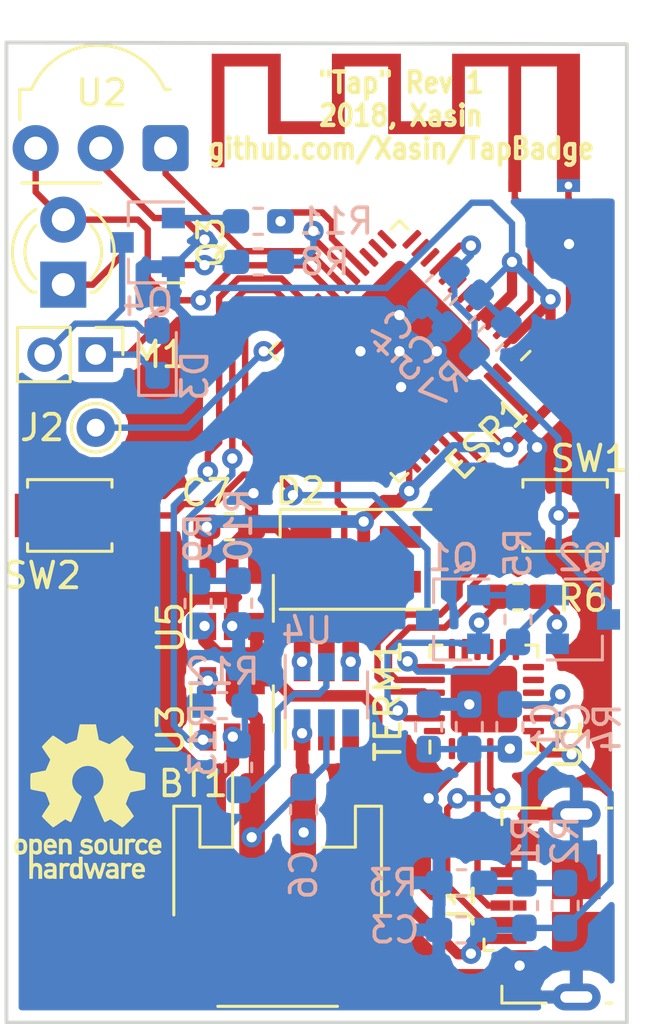
<source format=kicad_pcb>
(kicad_pcb (version 20171130) (host pcbnew 5.0.0)
  (layers (0 F.Cu signal) (31 B.Cu signal) (34 B.Paste user) (35 F.Paste user) (36 B.SilkS user) (37 F.SilkS user) (38 B.Mask user) (39 F.Mask user hide) (44 Edge.Cuts user))
  (net 0 "")
  (net 1 /TOUCH0)
  (net 2 +3V3)
  (net 3 "Net-(Q3-Pad1)")
  (net 4 /IR_OUT)
  (net 5 "Net-(R4-Pad2)")
  (net 6 "Net-(C1-Pad1)")
  (net 7 "Net-(Q1-Pad1)")
  (net 8 "Net-(Q2-Pad2)")
  (net 9 "Net-(Q1-Pad2)")
  (net 10 "Net-(Q2-Pad1)")
  (net 11 /RESET)
  (net 12 "Net-(ESP1-Pad22)")
  (net 13 +BATT)
  (net 14 GND)
  (net 15 /VBR)
  (net 16 "Net-(Q4-Pad1)")
  (net 17 "Net-(R12-Pad2)")
  (net 18 "Net-(R13-Pad1)")
  (net 19 "Net-(R1-Pad2)")
  (net 20 +5V)
  (net 21 /ANT)
  (net 22 "Net-(TERM1-Pad4)")
  (net 23 "Net-(TERM1-Pad6)")
  (net 24 /CHG_STAT)
  (net 25 "Net-(U5-Pad4)")
  (net 26 "Net-(D3-Pad2)")
  (net 27 "Net-(D1-Pad1)")
  (net 28 /GPIO0)
  (net 29 "Net-(ESP1-Pad5)")
  (net 30 "Net-(ESP1-Pad6)")
  (net 31 "Net-(ESP1-Pad7)")
  (net 32 "Net-(ESP1-Pad8)")
  (net 33 "Net-(ESP1-Pad10)")
  (net 34 "Net-(ESP1-Pad11)")
  (net 35 "Net-(ESP1-Pad12)")
  (net 36 "Net-(ESP1-Pad13)")
  (net 37 "Net-(ESP1-Pad14)")
  (net 38 "Net-(ESP1-Pad15)")
  (net 39 /IR_IN)
  (net 40 "Net-(ESP1-Pad20)")
  (net 41 "Net-(ESP1-Pad25)")
  (net 42 "Net-(ESP1-Pad26)")
  (net 43 "Net-(ESP1-Pad27)")
  (net 44 "Net-(ESP1-Pad28)")
  (net 45 "Net-(ESP1-Pad29)")
  (net 46 "Net-(ESP1-Pad30)")
  (net 47 "Net-(ESP1-Pad31)")
  (net 48 "Net-(ESP1-Pad32)")
  (net 49 "Net-(ESP1-Pad33)")
  (net 50 "Net-(ESP1-Pad38)")
  (net 51 "Net-(ESP1-Pad39)")
  (net 52 /U->E)
  (net 53 /E->U)
  (net 54 "Net-(ESP1-Pad42)")
  (net 55 "Net-(ESP1-Pad44)")
  (net 56 "Net-(ESP1-Pad45)")
  (net 57 "Net-(ESP1-Pad47)")
  (net 58 "Net-(ESP1-Pad48)")
  (net 59 "Net-(U1-Pad1)")
  (net 60 "Net-(J1-Pad3)")
  (net 61 "Net-(J1-Pad2)")
  (net 62 "Net-(U1-Pad10)")
  (net 63 "Net-(U1-Pad11)")
  (net 64 "Net-(U1-Pad12)")
  (net 65 "Net-(U1-Pad13)")
  (net 66 "Net-(U1-Pad14)")
  (net 67 "Net-(U1-Pad15)")
  (net 68 "Net-(U1-Pad16)")
  (net 69 "Net-(U1-Pad17)")
  (net 70 "Net-(U1-Pad18)")
  (net 71 "Net-(U1-Pad22)")
  (net 72 "Net-(U1-Pad24)")
  (net 73 "Net-(J1-Pad4)")
  (net 74 /RGB_IO)
  (net 75 "Net-(ESP1-Pad35)")
  (net 76 "Net-(ESP1-Pad36)")
  (net 77 "Net-(D2-Pad2)")
  (net 78 "Net-(BT1-Pad2)")
  (module Connector_USB:USB_Micro-B_GCT_USB3076-30-A (layer F.Cu) (at 121.2215 141.7955 90)
    (fp_text reference J1 (at 0 -3.3 90) (layer F.SilkS))
    (fp_text value USB_B_Mini)
    (pad 6 smd rect (at 1.125 1.2 90) (size 1.75 1.9) (layers F.Cu F.Paste F.Mask) (net 14 GND))
    (pad 2 smd rect (at -0.65 -1.45 90) (size 0.4 1.4) (layers F.Cu F.Paste F.Mask) (net 61 "Net-(J1-Pad2)"))
    (pad 1 smd rect (at -1.3 -1.45 90) (size 0.4 1.4) (layers F.Cu F.Paste F.Mask) (net 20 +5V))
    (pad 5 smd rect (at 1.3 -1.45 90) (size 0.4 1.4) (layers F.Cu F.Paste F.Mask) (net 14 GND))
    (pad 4 smd rect (at 0.65 -1.45 90) (size 0.4 1.4) (layers F.Cu F.Paste F.Mask) (net 73 "Net-(J1-Pad4)"))
    (pad 3 smd rect (at 0 -1.45 90) (size 0.4 1.4) (layers F.Cu F.Paste F.Mask) (net 60 "Net-(J1-Pad3)"))
    (pad 6 smd rect (at -1.125 1.2 90) (size 1.75 1.9) (layers F.Cu F.Paste F.Mask) (net 14 GND))
    (pad 6 thru_hole oval (at -3.575 1.2 270) (size 1.05 1.9) (drill oval 0.45 1.25) (layers *.Cu *.Mask) (net 14 GND))
    (pad 6 thru_hole oval (at 3.575 1.2 90) (size 1.05 1.9) (drill oval 0.45 1.25) (layers *.Cu *.Mask) (net 14 GND))
    (pad 6 smd rect (at 2.32 -1.03 90) (size 1.15 1.45) (layers F.Cu F.Paste F.Mask) (net 14 GND))
    (pad 6 smd rect (at -2.32 -1.03 90) (size 1.15 1.45) (layers F.Cu F.Paste F.Mask) (net 14 GND))
  )
  (module Diode_SMD:D_0603_1608Metric_Pad1.05x0.95mm_HandSolder (layer B.Cu) (at 106.045 120.2055 90)
    (fp_text reference D3 (at -0.889 1.4605 90) (layer B.SilkS) (effects (justify mirror)))
    (fp_text value D_Schottky)
    (pad 1 smd roundrect (at -0.875 0 90) (size 1.05 0.95) (layers B.Cu B.Paste B.Mask) (net 2 +3V3))
    (pad 2 smd roundrect (at 0.875 0 90) (size 1.05 0.95) (layers B.Cu B.Paste B.Mask) (net 26 "Net-(D3-Pad2)"))
  )
  (module Package_TO_SOT_SMD:SOT-23-6 (layer B.Cu) (at 112.649 133.561 270)
    (fp_text reference U4 (at -2.497 0.762) (layer B.SilkS) (effects (justify mirror)))
    (fp_text value FS312F-G)
    (pad 1 smd rect (at -1.1 0.95 270) (size 1.06 0.65) (layers B.Cu B.Paste B.Mask) (net 23 "Net-(TERM1-Pad6)"))
    (pad 2 smd rect (at -1.1 0 270) (size 1.06 0.65) (layers B.Cu B.Paste B.Mask) (net 18 "Net-(R13-Pad1)"))
    (pad 3 smd rect (at -1.1 -0.95 270) (size 1.06 0.65) (layers B.Cu B.Paste B.Mask) (net 22 "Net-(TERM1-Pad4)"))
    (pad 4 smd rect (at 1.1 -0.95 270) (size 1.06 0.65) (layers B.Cu B.Paste B.Mask))
    (pad 6 smd rect (at 1.1 0.95 270) (size 1.06 0.65) (layers B.Cu B.Paste B.Mask) (net 78 "Net-(BT1-Pad2)"))
    (pad 5 smd rect (at 1.1 0 270) (size 1.06 0.65) (layers B.Cu B.Paste B.Mask) (net 13 +BATT))
  )
  (module Package_DFN_QFN:QFN-48-1EP_7x7mm_P0.5mm_EP5.15x5.15mm (layer F.Cu) (at 115.5065 120.142 225)
    (fp_text reference ESP1 (at 0 -4.82 225) (layer F.SilkS))
    (fp_text value ESP32PICO_D4)
    (pad 49 smd roundrect (at 0 0 225) (size 5.15 5.15) (layers F.Cu F.Mask) (roundrect_rratio 0.048544) (net 14 GND))
    (pad 1 smd roundrect (at -3.4375 -2.75 225) (size 0.875 0.25) (layers F.Cu F.Paste F.Mask) (net 2 +3V3))
    (pad 2 smd roundrect (at -3.4375 -2.25 225) (size 0.875 0.25) (layers F.Cu F.Paste F.Mask) (net 21 /ANT))
    (pad 3 smd roundrect (at -3.4375 -1.749999 225) (size 0.875 0.25) (layers F.Cu F.Paste F.Mask) (net 2 +3V3))
    (pad 4 smd roundrect (at -3.4375 -1.25 225) (size 0.875 0.25) (layers F.Cu F.Paste F.Mask) (net 2 +3V3))
    (pad 5 smd roundrect (at -3.4375 -0.750001 225) (size 0.875 0.25) (layers F.Cu F.Paste F.Mask) (net 29 "Net-(ESP1-Pad5)"))
    (pad 6 smd roundrect (at -3.4375 -0.25 225) (size 0.875 0.25) (layers F.Cu F.Paste F.Mask) (net 30 "Net-(ESP1-Pad6)"))
    (pad 7 smd roundrect (at -3.4375 0.25 225) (size 0.875 0.25) (layers F.Cu F.Paste F.Mask) (net 31 "Net-(ESP1-Pad7)"))
    (pad 8 smd roundrect (at -3.4375 0.750001 225) (size 0.875 0.25) (layers F.Cu F.Paste F.Mask) (net 32 "Net-(ESP1-Pad8)"))
    (pad 9 smd roundrect (at -3.4375 1.25 225) (size 0.875 0.25) (layers F.Cu F.Paste F.Mask) (net 11 /RESET))
    (pad 10 smd roundrect (at -3.4375 1.749999 225) (size 0.875 0.25) (layers F.Cu F.Paste F.Mask) (net 33 "Net-(ESP1-Pad10)"))
    (pad 11 smd roundrect (at -3.4375 2.25 225) (size 0.875 0.25) (layers F.Cu F.Paste F.Mask) (net 34 "Net-(ESP1-Pad11)"))
    (pad 12 smd roundrect (at -3.4375 2.75 225) (size 0.875 0.25) (layers F.Cu F.Paste F.Mask) (net 35 "Net-(ESP1-Pad12)"))
    (pad 13 smd roundrect (at -2.75 3.4375 225) (size 0.25 0.875) (layers F.Cu F.Paste F.Mask) (net 36 "Net-(ESP1-Pad13)"))
    (pad 14 smd roundrect (at -2.25 3.4375 225) (size 0.25 0.875) (layers F.Cu F.Paste F.Mask) (net 37 "Net-(ESP1-Pad14)"))
    (pad 15 smd roundrect (at -1.749999 3.4375 225) (size 0.25 0.875) (layers F.Cu F.Paste F.Mask) (net 38 "Net-(ESP1-Pad15)"))
    (pad 16 smd roundrect (at -1.25 3.4375 225) (size 0.25 0.875) (layers F.Cu F.Paste F.Mask) (net 15 /VBR))
    (pad 17 smd roundrect (at -0.750001 3.4375 225) (size 0.25 0.875) (layers F.Cu F.Paste F.Mask) (net 4 /IR_OUT))
    (pad 18 smd roundrect (at -0.25 3.4375 225) (size 0.25 0.875) (layers F.Cu F.Paste F.Mask) (net 39 /IR_IN))
    (pad 19 smd roundrect (at 0.25 3.4375 225) (size 0.25 0.875) (layers F.Cu F.Paste F.Mask) (net 2 +3V3))
    (pad 20 smd roundrect (at 0.750001 3.4375 225) (size 0.25 0.875) (layers F.Cu F.Paste F.Mask) (net 40 "Net-(ESP1-Pad20)"))
    (pad 21 smd roundrect (at 1.25 3.4375 225) (size 0.25 0.875) (layers F.Cu F.Paste F.Mask) (net 24 /CHG_STAT))
    (pad 22 smd roundrect (at 1.749999 3.4375 225) (size 0.25 0.875) (layers F.Cu F.Paste F.Mask) (net 12 "Net-(ESP1-Pad22)"))
    (pad 23 smd roundrect (at 2.25 3.4375 225) (size 0.25 0.875) (layers F.Cu F.Paste F.Mask) (net 28 /GPIO0))
    (pad 24 smd roundrect (at 2.75 3.4375 225) (size 0.25 0.875) (layers F.Cu F.Paste F.Mask) (net 1 /TOUCH0))
    (pad 25 smd roundrect (at 3.4375 2.75 225) (size 0.875 0.25) (layers F.Cu F.Paste F.Mask) (net 41 "Net-(ESP1-Pad25)"))
    (pad 26 smd roundrect (at 3.4375 2.25 225) (size 0.875 0.25) (layers F.Cu F.Paste F.Mask) (net 42 "Net-(ESP1-Pad26)"))
    (pad 27 smd roundrect (at 3.4375 1.749999 225) (size 0.875 0.25) (layers F.Cu F.Paste F.Mask) (net 43 "Net-(ESP1-Pad27)"))
    (pad 28 smd roundrect (at 3.4375 1.25 225) (size 0.875 0.25) (layers F.Cu F.Paste F.Mask) (net 44 "Net-(ESP1-Pad28)"))
    (pad 29 smd roundrect (at 3.4375 0.750001 225) (size 0.875 0.25) (layers F.Cu F.Paste F.Mask) (net 45 "Net-(ESP1-Pad29)"))
    (pad 30 smd roundrect (at 3.4375 0.25 225) (size 0.875 0.25) (layers F.Cu F.Paste F.Mask) (net 46 "Net-(ESP1-Pad30)"))
    (pad 31 smd roundrect (at 3.4375 -0.25 225) (size 0.875 0.25) (layers F.Cu F.Paste F.Mask) (net 47 "Net-(ESP1-Pad31)"))
    (pad 32 smd roundrect (at 3.4375 -0.750001 225) (size 0.875 0.25) (layers F.Cu F.Paste F.Mask) (net 48 "Net-(ESP1-Pad32)"))
    (pad 33 smd roundrect (at 3.4375 -1.25 225) (size 0.875 0.25) (layers F.Cu F.Paste F.Mask) (net 49 "Net-(ESP1-Pad33)"))
    (pad 34 smd roundrect (at 3.4375 -1.749999 225) (size 0.875 0.25) (layers F.Cu F.Paste F.Mask) (net 74 /RGB_IO))
    (pad 35 smd roundrect (at 3.4375 -2.25 225) (size 0.875 0.25) (layers F.Cu F.Paste F.Mask) (net 75 "Net-(ESP1-Pad35)"))
    (pad 36 smd roundrect (at 3.4375 -2.75 225) (size 0.875 0.25) (layers F.Cu F.Paste F.Mask) (net 76 "Net-(ESP1-Pad36)"))
    (pad 37 smd roundrect (at 2.75 -3.4375 225) (size 0.25 0.875) (layers F.Cu F.Paste F.Mask) (net 2 +3V3))
    (pad 38 smd roundrect (at 2.25 -3.4375 225) (size 0.25 0.875) (layers F.Cu F.Paste F.Mask) (net 50 "Net-(ESP1-Pad38)"))
    (pad 39 smd roundrect (at 1.749999 -3.4375 225) (size 0.25 0.875) (layers F.Cu F.Paste F.Mask) (net 51 "Net-(ESP1-Pad39)"))
    (pad 40 smd roundrect (at 1.25 -3.4375 225) (size 0.25 0.875) (layers F.Cu F.Paste F.Mask) (net 52 /U->E))
    (pad 41 smd roundrect (at 0.750001 -3.4375 225) (size 0.25 0.875) (layers F.Cu F.Paste F.Mask) (net 53 /E->U))
    (pad 42 smd roundrect (at 0.25 -3.4375 225) (size 0.25 0.875) (layers F.Cu F.Paste F.Mask) (net 54 "Net-(ESP1-Pad42)"))
    (pad 43 smd roundrect (at -0.25 -3.4375 225) (size 0.25 0.875) (layers F.Cu F.Paste F.Mask) (net 2 +3V3))
    (pad 44 smd roundrect (at -0.750001 -3.4375 225) (size 0.25 0.875) (layers F.Cu F.Paste F.Mask) (net 55 "Net-(ESP1-Pad44)"))
    (pad 45 smd roundrect (at -1.25 -3.4375 225) (size 0.25 0.875) (layers F.Cu F.Paste F.Mask) (net 56 "Net-(ESP1-Pad45)"))
    (pad 46 smd roundrect (at -1.749999 -3.4375 225) (size 0.25 0.875) (layers F.Cu F.Paste F.Mask) (net 2 +3V3))
    (pad 47 smd roundrect (at -2.25 -3.4375 225) (size 0.25 0.875) (layers F.Cu F.Paste F.Mask) (net 57 "Net-(ESP1-Pad47)"))
    (pad 48 smd roundrect (at -2.75 -3.4375 225) (size 0.25 0.875) (layers F.Cu F.Paste F.Mask) (net 58 "Net-(ESP1-Pad48)"))
  )
  (module Button_Switch_SMD:SW_SPST_B3U-1000P (layer F.Cu) (at 121.9835 126.5555)
    (fp_text reference SW1 (at 0.9525 -2.2225) (layer F.SilkS))
    (fp_text value SW_Push)
    (pad 1 smd rect (at -1.7 0) (size 0.9 1.7) (layers F.Cu F.Paste F.Mask) (net 14 GND))
    (pad 2 smd rect (at 1.7 0) (size 0.9 1.7) (layers F.Cu F.Paste F.Mask) (net 11 /RESET))
  )
  (module Button_Switch_SMD:SW_SPST_B3U-1000P (layer F.Cu) (at 102.616 126.5555)
    (fp_text reference SW2 (at -1.0795 2.3495) (layer F.SilkS))
    (fp_text value SW_Push)
    (pad 2 smd rect (at 1.7 0) (size 0.9 1.7) (layers F.Cu F.Paste F.Mask) (net 28 /GPIO0))
    (pad 1 smd rect (at -1.7 0) (size 0.9 1.7) (layers F.Cu F.Paste F.Mask) (net 14 GND))
  )
  (module LED_SMD:LED_SK6812MINI_PLCC4_3.5x3.5mm_P1.75mm (layer F.Cu) (at 113.792 128.27 180)
    (fp_text reference D2 (at 2.159 2.667 180) (layer F.SilkS))
    (fp_text value WS2812B)
    (pad 3 smd rect (at 1.75 0.875 180) (size 1.6 0.85) (layers F.Cu F.Paste F.Mask) (net 14 GND))
    (pad 4 smd rect (at 1.75 -0.875 180) (size 1.6 0.85) (layers F.Cu F.Paste F.Mask) (net 74 /RGB_IO))
    (pad 2 smd rect (at -1.75 0.875 180) (size 1.6 0.85) (layers F.Cu F.Paste F.Mask) (net 77 "Net-(D2-Pad2)"))
    (pad 1 smd rect (at -1.75 -0.875 180) (size 1.6 0.85) (layers F.Cu F.Paste F.Mask) (net 2 +3V3))
  )
  (module Connector_PinHeader_2.00mm:PinHeader_1x02_P2.00mm_Vertical (layer F.Cu) (at 103.632 120.269 270)
    (fp_text reference M1 (at 0 -2.4765) (layer F.SilkS))
    (fp_text value Motor_DC_ALT)
    (pad 1 thru_hole rect (at 0 0 270) (size 1.35 1.35) (drill 0.8) (layers *.Cu *.Mask) (net 2 +3V3))
    (pad 2 thru_hole oval (at 0 2 270) (size 1.35 1.35) (drill 0.8) (layers *.Cu *.Mask) (net 26 "Net-(D3-Pad2)"))
  )
  (module TestPoint:TestPoint_THTPad_D1.5mm_Drill0.7mm (layer F.Cu) (at 103.632 123.1265)
    (fp_text reference J2 (at -2.0955 0) (layer F.SilkS))
    (fp_text value Conn_01x01_Male)
    (pad 1 thru_hole circle (at 0 0) (size 1.5 1.5) (drill 0.7) (layers *.Cu *.Mask) (net 1 /TOUCH0))
  )
  (module RF_Antenna:Texas_SWRA117D_2.4GHz_Left (layer F.Cu) (at 120.015 113.665)
    (fp_text reference AE1 hide)
    (fp_text value Antenna_Dipole)
    (fp_poly (pts (xy -2.45 -2.51) (xy -4.45 -2.51) (xy -4.45 -5.15) (xy -7.15 -5.15) (xy -7.15 -2.51) (xy -9.15 -2.51) (xy -9.15 -5.15) (xy -11.85 -5.15) (xy -11.85 -0.71) (xy -11.35 -0.71) (xy -11.35 -4.65) (xy -9.65 -4.65) (xy -9.65 -2.01) (xy -6.65 -2.01) (xy -6.65 -4.65) (xy -4.95 -4.65) (xy -4.95 -2.01) (xy -1.95 -2.01) (xy -1.95 -4.65) (xy -0.25 -4.65) (xy -0.25 0.25) (xy 0.25 0.25) (xy 0.25 -4.65) (xy 1.65 -4.65) (xy 1.65 0.25) (xy 2.55 0.25) (xy 2.55 0.006785) (xy 2.247583 0.006785) (xy 2.237742 0.054395) (xy 2.213674 0.096797) (xy 2.175731 0.129581) (xy 2.167819 0.133935) (xy 2.125156 0.146043) (xy 2.076637 0.1453) (xy 2.031122 0.1324) (xy 2.012511 0.121787) (xy 1.978868 0.086553) (xy 1.958309 0.041368) (xy 1.951778 -0.008158) (xy 1.960218 -0.056417) (xy 1.977112 -0.088643) (xy 2.012372 -0.121313) (xy 2.057682 -0.141408) (xy 2.107267 -0.147982) (xy 2.155353 -0.140092) (xy 2.188245 -0.123186) (xy 2.223185 -0.086416) (xy 2.242847 -0.041622) (xy 2.247583 0.006785) (xy 2.55 0.006785) (xy 2.55 -5.15) (xy -2.45 -5.15) (xy -2.45 -2.51)) (layer F.Cu) (width 0))
    (pad 2 thru_hole rect (at 2.1 0) (size 0.9 0.5) (drill 0.3) (layers *.Cu) (net 14 GND))
    (pad 1 connect rect (at 0 0) (size 0.5 0.5) (layers F.Cu) (net 21 /ANT))
  )
  (module Capacitor_SMD:C_0603_1608Metric_Pad1.05x0.95mm_HandSolder (layer F.Cu) (at 108.853 127)
    (fp_text reference C7 (at -0.903 -1.3335 180) (layer F.SilkS))
    (fp_text value 10uF)
    (pad 1 smd roundrect (at -0.875 0) (size 1.05 0.95) (layers F.Cu F.Paste F.Mask) (net 2 +3V3))
    (pad 2 smd roundrect (at 0.875 0) (size 1.05 0.95) (layers F.Cu F.Paste F.Mask) (net 14 GND))
  )
  (module Capacitor_SMD:C_0603_1608Metric_Pad1.05x0.95mm_HandSolder (layer B.Cu) (at 116.6495 134.8105 90)
    (fp_text reference C1 (at 0 4.572 90) (layer B.SilkS) (effects (justify mirror)))
    (fp_text value 10uF)
    (pad 2 smd roundrect (at 0.875 0 90) (size 1.05 0.95) (layers B.Cu B.Paste B.Mask) (net 14 GND))
    (pad 1 smd roundrect (at -0.875 0 90) (size 1.05 0.95) (layers B.Cu B.Paste B.Mask) (net 6 "Net-(C1-Pad1)"))
  )
  (module Capacitor_SMD:C_0603_1608Metric_Pad1.05x0.95mm_HandSolder (layer B.Cu) (at 111.76 138.049 90)
    (fp_text reference C6 (at -2.54 0 90) (layer B.SilkS) (effects (justify mirror)))
    (fp_text value 100nF)
    (pad 1 smd roundrect (at -0.875 0 90) (size 1.05 0.95) (layers B.Cu B.Paste B.Mask) (net 78 "Net-(BT1-Pad2)"))
    (pad 2 smd roundrect (at 0.875 0 90) (size 1.05 0.95) (layers B.Cu B.Paste B.Mask) (net 13 +BATT))
  )
  (module Capacitor_SMD:C_0603_1608Metric_Pad1.05x0.95mm_HandSolder (layer B.Cu) (at 117.983 118.5545 225)
    (fp_text reference C5 (at 2.604274 0 225) (layer B.SilkS) (effects (justify mirror)))
    (fp_text value 100nF)
    (pad 2 smd roundrect (at 0.874999 0 225) (size 1.05 0.95) (layers B.Cu B.Paste B.Mask) (net 14 GND))
    (pad 1 smd roundrect (at -0.874999 0 225) (size 1.05 0.95) (layers B.Cu B.Paste B.Mask) (net 2 +3V3))
  )
  (module Capacitor_SMD:C_0603_1608Metric_Pad1.05x0.95mm_HandSolder (layer B.Cu) (at 118.237 134.8105 90)
    (fp_text reference C2 (at 0 4.191 270) (layer B.SilkS) (effects (justify mirror)))
    (fp_text value 100nF)
    (pad 1 smd roundrect (at -0.875 0 90) (size 1.05 0.95) (layers B.Cu B.Paste B.Mask) (net 6 "Net-(C1-Pad1)"))
    (pad 2 smd roundrect (at 0.875 0 90) (size 1.05 0.95) (layers B.Cu B.Paste B.Mask) (net 14 GND))
  )
  (module Capacitor_SMD:C_0603_1608Metric_Pad1.05x0.95mm_HandSolder (layer B.Cu) (at 117.9195 142.748)
    (fp_text reference C3 (at -2.6035 0) (layer B.SilkS) (effects (justify mirror)))
    (fp_text value 10uF)
    (pad 2 smd roundrect (at 0.875 0) (size 1.05 0.95) (layers B.Cu B.Paste B.Mask) (net 20 +5V))
    (pad 1 smd roundrect (at -0.875 0) (size 1.05 0.95) (layers B.Cu B.Paste B.Mask) (net 14 GND))
  )
  (module Capacitor_SMD:C_0603_1608Metric_Pad1.05x0.95mm_HandSolder (layer B.Cu) (at 117.0305 117.6655 225)
    (fp_text reference C4 (at 2.559373 0.044901 225) (layer B.SilkS) (effects (justify mirror)))
    (fp_text value 100nF)
    (pad 1 smd roundrect (at -0.874999 0 225) (size 1.05 0.95) (layers B.Cu B.Paste B.Mask) (net 11 /RESET))
    (pad 2 smd roundrect (at 0.874999 0 225) (size 1.05 0.95) (layers B.Cu B.Paste B.Mask) (net 14 GND))
  )
  (module Connector_JST:JST_PH_S2B-PH-SM4-TB_1x02-1MP_P2.00mm_Horizontal (layer F.Cu) (at 110.744 141.224)
    (fp_text reference BT1 (at -3.302 -4.191) (layer F.SilkS))
    (fp_text value Battery_Cell)
    (pad 1 smd roundrect (at -1 -2.85) (size 1 3.5) (layers F.Cu F.Paste F.Mask) (net 13 +BATT))
    (pad 2 smd roundrect (at 1 -2.85) (size 1 3.5) (layers F.Cu F.Paste F.Mask) (net 78 "Net-(BT1-Pad2)"))
    (pad MP smd roundrect (at -3.35 2.9) (size 1.5 3.4) (layers F.Cu F.Paste F.Mask) (roundrect_rratio 0.166667))
    (pad MP smd roundrect (at 3.35 2.9) (size 1.5 3.4) (layers F.Cu F.Paste F.Mask) (roundrect_rratio 0.166667))
  )
  (module LED_THT:LED_D3.0mm_IRBlack (layer F.Cu) (at 102.362 117.5385 90)
    (fp_text reference D1 hide)
    (fp_text value SFH4346)
    (pad 1 thru_hole rect (at 0 0 90) (size 1.8 1.8) (drill 0.9) (layers *.Cu *.Mask) (net 27 "Net-(D1-Pad1)"))
    (pad 2 thru_hole circle (at 2.54 0 90) (size 1.8 1.8) (drill 0.9) (layers *.Cu *.Mask) (net 2 +3V3))
  )
  (module OptoDevice:Vishay_MOLD-3Pin (layer F.Cu) (at 106.3625 112.2045 180)
    (fp_text reference U2 (at 2.5 2.159) (layer F.SilkS))
    (fp_text value TSOP4840)
    (pad 1 thru_hole roundrect (at 0 0 180) (size 1.8 1.8) (drill 0.9) (layers *.Cu *.Mask) (roundrect_rratio 0.138) (net 39 /IR_IN))
    (pad 2 thru_hole circle (at 2.54 0 180) (size 1.8 1.8) (drill 0.9) (layers *.Cu *.Mask) (net 14 GND))
    (pad 3 thru_hole circle (at 5.08 0 180) (size 1.8 1.8) (drill 0.9) (layers *.Cu *.Mask) (net 2 +3V3))
  )
  (module Package_DFN_QFN:QFN-24-1EP_4x4mm_P0.5mm_EP2.6x2.6mm (layer F.Cu) (at 118.8085 133.731 90)
    (fp_text reference U1 (at -1.778 3.302 90) (layer F.SilkS))
    (fp_text value CP2102N-A01-GQFN24)
    (pad 24 smd roundrect (at -1.25 -1.9375 90) (size 0.25 0.825) (layers F.Cu F.Paste F.Mask) (net 72 "Net-(U1-Pad24)"))
    (pad 23 smd roundrect (at -0.75 -1.9375 90) (size 0.25 0.825) (layers F.Cu F.Paste F.Mask) (net 9 "Net-(Q1-Pad2)"))
    (pad 22 smd roundrect (at -0.25 -1.9375 90) (size 0.25 0.825) (layers F.Cu F.Paste F.Mask) (net 71 "Net-(U1-Pad22)"))
    (pad 21 smd roundrect (at 0.25 -1.9375 90) (size 0.25 0.825) (layers F.Cu F.Paste F.Mask) (net 52 /U->E))
    (pad 20 smd roundrect (at 0.75 -1.9375 90) (size 0.25 0.825) (layers F.Cu F.Paste F.Mask) (net 53 /E->U))
    (pad 19 smd roundrect (at 1.25 -1.9375 90) (size 0.25 0.825) (layers F.Cu F.Paste F.Mask) (net 8 "Net-(Q2-Pad2)"))
    (pad 18 smd roundrect (at 1.9375 -1.25 90) (size 0.825 0.25) (layers F.Cu F.Paste F.Mask) (net 70 "Net-(U1-Pad18)"))
    (pad 17 smd roundrect (at 1.9375 -0.75 90) (size 0.825 0.25) (layers F.Cu F.Paste F.Mask) (net 69 "Net-(U1-Pad17)"))
    (pad 16 smd roundrect (at 1.9375 -0.25 90) (size 0.825 0.25) (layers F.Cu F.Paste F.Mask) (net 68 "Net-(U1-Pad16)"))
    (pad 15 smd roundrect (at 1.9375 0.25 90) (size 0.825 0.25) (layers F.Cu F.Paste F.Mask) (net 67 "Net-(U1-Pad15)"))
    (pad 14 smd roundrect (at 1.9375 0.75 90) (size 0.825 0.25) (layers F.Cu F.Paste F.Mask) (net 66 "Net-(U1-Pad14)"))
    (pad 13 smd roundrect (at 1.9375 1.25 90) (size 0.825 0.25) (layers F.Cu F.Paste F.Mask) (net 65 "Net-(U1-Pad13)"))
    (pad 12 smd roundrect (at 1.25 1.9375 90) (size 0.25 0.825) (layers F.Cu F.Paste F.Mask) (net 64 "Net-(U1-Pad12)"))
    (pad 11 smd roundrect (at 0.75 1.9375 90) (size 0.25 0.825) (layers F.Cu F.Paste F.Mask) (net 63 "Net-(U1-Pad11)"))
    (pad 10 smd roundrect (at 0.25 1.9375 90) (size 0.25 0.825) (layers F.Cu F.Paste F.Mask) (net 62 "Net-(U1-Pad10)"))
    (pad 9 smd roundrect (at -0.25 1.9375 90) (size 0.25 0.825) (layers F.Cu F.Paste F.Mask) (net 5 "Net-(R4-Pad2)"))
    (pad 8 smd roundrect (at -0.75 1.9375 90) (size 0.25 0.825) (layers F.Cu F.Paste F.Mask) (net 19 "Net-(R1-Pad2)"))
    (pad 7 smd roundrect (at -1.25 1.9375 90) (size 0.25 0.825) (layers F.Cu F.Paste F.Mask) (net 20 +5V))
    (pad 6 smd roundrect (at -1.9375 1.25 90) (size 0.825 0.25) (layers F.Cu F.Paste F.Mask) (net 6 "Net-(C1-Pad1)"))
    (pad 5 smd roundrect (at -1.9375 0.75 90) (size 0.825 0.25) (layers F.Cu F.Paste F.Mask) (net 6 "Net-(C1-Pad1)"))
    (pad 4 smd roundrect (at -1.9375 0.25 90) (size 0.825 0.25) (layers F.Cu F.Paste F.Mask) (net 61 "Net-(J1-Pad2)"))
    (pad 3 smd roundrect (at -1.9375 -0.25 90) (size 0.825 0.25) (layers F.Cu F.Paste F.Mask) (net 60 "Net-(J1-Pad3)"))
    (pad 2 smd roundrect (at -1.9375 -0.75 90) (size 0.825 0.25) (layers F.Cu F.Paste F.Mask) (net 14 GND))
    (pad 1 smd roundrect (at -1.9375 -1.25 90) (size 0.825 0.25) (layers F.Cu F.Paste F.Mask) (net 59 "Net-(U1-Pad1)"))
    (pad 25 smd roundrect (at 0 0 90) (size 2.6 2.6) (layers F.Cu F.Mask) (roundrect_rratio 0.096154) (net 14 GND))
  )
  (module Package_TO_SOT_SMD:SOT-23 (layer B.Cu) (at 117.602 130.6195 180)
    (fp_text reference Q1 (at 0 2.413 180) (layer B.SilkS) (effects (justify mirror)))
    (fp_text value Q_NPN_BEC)
    (pad 3 smd rect (at 1 0 180) (size 0.9 0.8) (layers B.Cu B.Paste B.Mask) (net 28 /GPIO0))
    (pad 2 smd rect (at -1 -0.95 180) (size 0.9 0.8) (layers B.Cu B.Paste B.Mask) (net 9 "Net-(Q1-Pad2)"))
    (pad 1 smd rect (at -1 0.95 180) (size 0.9 0.8) (layers B.Cu B.Paste B.Mask) (net 7 "Net-(Q1-Pad1)"))
  )
  (module Package_TO_SOT_SMD:SOT-23 (layer B.Cu) (at 122.682 130.6195)
    (fp_text reference Q2 (at 0 -2.413) (layer B.SilkS) (effects (justify mirror)))
    (fp_text value Q_NPN_BEC)
    (pad 1 smd rect (at -1 0.95) (size 0.9 0.8) (layers B.Cu B.Paste B.Mask) (net 10 "Net-(Q2-Pad1)"))
    (pad 2 smd rect (at -1 -0.95) (size 0.9 0.8) (layers B.Cu B.Paste B.Mask) (net 8 "Net-(Q2-Pad2)"))
    (pad 3 smd rect (at 1 0) (size 0.9 0.8) (layers B.Cu B.Paste B.Mask) (net 11 /RESET))
  )
  (module Package_TO_SOT_SMD:SOT-23 (layer F.Cu) (at 105.664 115.8875 180)
    (fp_text reference Q3 (at -2.4765 0 270) (layer F.SilkS))
    (fp_text value Q_NPN_BEC)
    (pad 3 smd rect (at 1 0 180) (size 0.9 0.8) (layers F.Cu F.Paste F.Mask) (net 27 "Net-(D1-Pad1)"))
    (pad 2 smd rect (at -1 0.95 180) (size 0.9 0.8) (layers F.Cu F.Paste F.Mask) (net 14 GND))
    (pad 1 smd rect (at -1 -0.95 180) (size 0.9 0.8) (layers F.Cu F.Paste F.Mask) (net 3 "Net-(Q3-Pad1)"))
  )
  (module Package_TO_SOT_SMD:SOT-23 (layer B.Cu) (at 105.664 115.8875 180)
    (fp_text reference Q4 (at 0 -2.3495 180) (layer B.SilkS) (effects (justify mirror)))
    (fp_text value Q_NPN_BEC)
    (pad 1 smd rect (at -1 0.95 180) (size 0.9 0.8) (layers B.Cu B.Paste B.Mask) (net 16 "Net-(Q4-Pad1)"))
    (pad 2 smd rect (at -1 -0.95 180) (size 0.9 0.8) (layers B.Cu B.Paste B.Mask) (net 14 GND))
    (pad 3 smd rect (at 1 0 180) (size 0.9 0.8) (layers B.Cu B.Paste B.Mask) (net 26 "Net-(D3-Pad2)"))
  )
  (module Package_TO_SOT_SMD:SOT-23-5 (layer F.Cu) (at 108.966 129.794 90)
    (fp_text reference U5 (at -1.143 -2.413 90) (layer F.SilkS))
    (fp_text value SPX3819M5-L-3-3)
    (pad 5 smd rect (at 1.1 -0.95 90) (size 1.06 0.65) (layers F.Cu F.Paste F.Mask) (net 2 +3V3))
    (pad 4 smd rect (at 1.1 0.95 90) (size 1.06 0.65) (layers F.Cu F.Paste F.Mask) (net 25 "Net-(U5-Pad4)"))
    (pad 3 smd rect (at -1.1 0.95 90) (size 1.06 0.65) (layers F.Cu F.Paste F.Mask) (net 13 +BATT))
    (pad 2 smd rect (at -1.1 0 90) (size 1.06 0.65) (layers F.Cu F.Paste F.Mask) (net 14 GND))
    (pad 1 smd rect (at -1.1 -0.95 90) (size 1.06 0.65) (layers F.Cu F.Paste F.Mask) (net 13 +BATT))
  )
  (module Package_TO_SOT_SMD:SOT-23-5 (layer F.Cu) (at 108.966 134.112 90)
    (fp_text reference U3 (at -0.8255 -2.413 270) (layer F.SilkS))
    (fp_text value MCP73831-2-OT)
    (pad 1 smd rect (at -1.1 -0.95 90) (size 1.06 0.65) (layers F.Cu F.Paste F.Mask) (net 24 /CHG_STAT))
    (pad 2 smd rect (at -1.1 0 90) (size 1.06 0.65) (layers F.Cu F.Paste F.Mask) (net 14 GND))
    (pad 3 smd rect (at -1.1 0.95 90) (size 1.06 0.65) (layers F.Cu F.Paste F.Mask) (net 13 +BATT))
    (pad 4 smd rect (at 1.1 0.95 90) (size 1.06 0.65) (layers F.Cu F.Paste F.Mask) (net 20 +5V))
    (pad 5 smd rect (at 1.1 -0.95 90) (size 1.06 0.65) (layers F.Cu F.Paste F.Mask) (net 17 "Net-(R12-Pad2)"))
  )
  (module Package_TO_SOT_SMD:SOT-23-6_Handsoldering (layer F.Cu) (at 112.649 133.604 90)
    (fp_text reference TERM1 (at -0.1905 2.413 90) (layer F.SilkS))
    (fp_text value FS8205)
    (pad 1 smd rect (at -1.35 -0.95 90) (size 1.56 0.65) (layers F.Cu F.Paste F.Mask) (net 78 "Net-(BT1-Pad2)"))
    (pad 2 smd rect (at -1.35 0 90) (size 1.56 0.65) (layers F.Cu F.Paste F.Mask))
    (pad 3 smd rect (at -1.35 0.95 90) (size 1.56 0.65) (layers F.Cu F.Paste F.Mask) (net 14 GND))
    (pad 4 smd rect (at 1.35 0.95 90) (size 1.56 0.65) (layers F.Cu F.Paste F.Mask) (net 22 "Net-(TERM1-Pad4)"))
    (pad 6 smd rect (at 1.35 -0.95 90) (size 1.56 0.65) (layers F.Cu F.Paste F.Mask) (net 23 "Net-(TERM1-Pad6)"))
    (pad 5 smd rect (at 1.35 0 90) (size 1.56 0.65) (layers F.Cu F.Paste F.Mask))
  )
  (module Resistor_SMD:R_0603_1608Metric_Pad1.05x0.95mm_HandSolder (layer B.Cu) (at 120.396 141.7955 90)
    (fp_text reference R1 (at 2.54 0.0635 90) (layer B.SilkS) (effects (justify mirror)))
    (fp_text value R_Small)
    (pad 1 smd roundrect (at -0.875 0 90) (size 1.05 0.95) (layers B.Cu B.Paste B.Mask) (net 20 +5V))
    (pad 2 smd roundrect (at 0.875 0 90) (size 1.05 0.95) (layers B.Cu B.Paste B.Mask) (net 19 "Net-(R1-Pad2)"))
  )
  (module Resistor_SMD:R_0603_1608Metric_Pad1.05x0.95mm_HandSolder (layer B.Cu) (at 121.9835 141.7955 90)
    (fp_text reference R2 (at 2.54 0 90) (layer B.SilkS) (effects (justify mirror)))
    (fp_text value 10k)
    (pad 2 smd roundrect (at 0.875 0 90) (size 1.05 0.95) (layers B.Cu B.Paste B.Mask) (net 19 "Net-(R1-Pad2)"))
    (pad 1 smd roundrect (at -0.875 0 90) (size 1.05 0.95) (layers B.Cu B.Paste B.Mask) (net 20 +5V))
  )
  (module Resistor_SMD:R_0603_1608Metric_Pad1.05x0.95mm_HandSolder (layer B.Cu) (at 117.9335 140.9065 180)
    (fp_text reference R3 (at 2.681 0 180) (layer B.SilkS) (effects (justify mirror)))
    (fp_text value 10k)
    (pad 1 smd roundrect (at -0.875 0 180) (size 1.05 0.95) (layers B.Cu B.Paste B.Mask) (net 19 "Net-(R1-Pad2)"))
    (pad 2 smd roundrect (at 0.875 0 180) (size 1.05 0.95) (layers B.Cu B.Paste B.Mask) (net 14 GND))
  )
  (module Resistor_SMD:R_0603_1608Metric_Pad1.05x0.95mm_HandSolder (layer B.Cu) (at 109.22 136.398 90)
    (fp_text reference R13 (at 1.0795 -1.397 -90) (layer B.SilkS) (effects (justify mirror)))
    (fp_text value 2.2k)
    (pad 2 smd roundrect (at 0.875 0 90) (size 1.05 0.95) (layers B.Cu B.Paste B.Mask) (net 14 GND))
    (pad 1 smd roundrect (at -0.875 0 90) (size 1.05 0.95) (layers B.Cu B.Paste B.Mask) (net 18 "Net-(R13-Pad1)"))
  )
  (module Resistor_SMD:R_0603_1608Metric_Pad1.05x0.95mm_HandSolder (layer B.Cu) (at 108.585 133.985 180)
    (fp_text reference R12 (at 0 1.3335) (layer B.SilkS) (effects (justify mirror)))
    (fp_text value 2.2k)
    (pad 1 smd roundrect (at -0.875 0 180) (size 1.05 0.95) (layers B.Cu B.Paste B.Mask) (net 14 GND))
    (pad 2 smd roundrect (at 0.875 0 180) (size 1.05 0.95) (layers B.Cu B.Paste B.Mask) (net 17 "Net-(R12-Pad2)"))
  )
  (module Resistor_SMD:R_0603_1608Metric_Pad1.05x0.95mm_HandSolder (layer B.Cu) (at 109.982 115.062)
    (fp_text reference R11 (at 3.048 0) (layer B.SilkS) (effects (justify mirror)))
    (fp_text value 10k)
    (pad 2 smd roundrect (at 0.875 0) (size 1.05 0.95) (layers B.Cu B.Paste B.Mask) (net 15 /VBR))
    (pad 1 smd roundrect (at -0.875 0) (size 1.05 0.95) (layers B.Cu B.Paste B.Mask) (net 16 "Net-(Q4-Pad1)"))
  )
  (module Resistor_SMD:R_0603_1608Metric_Pad1.05x0.95mm_HandSolder (layer B.Cu) (at 109.22 129.9845 270)
    (fp_text reference R10 (at -3.048 0 270) (layer B.SilkS) (effects (justify mirror)))
    (fp_text value 100k)
    (pad 1 smd roundrect (at -0.875 0 270) (size 1.05 0.95) (layers B.Cu B.Paste B.Mask) (net 12 "Net-(ESP1-Pad22)"))
    (pad 2 smd roundrect (at 0.875 0 270) (size 1.05 0.95) (layers B.Cu B.Paste B.Mask) (net 14 GND))
  )
  (module Resistor_SMD:R_0603_1608Metric_Pad1.05x0.95mm_HandSolder (layer B.Cu) (at 107.6325 129.998501 90)
    (fp_text reference R9 (at 2.554001 0 270) (layer B.SilkS) (effects (justify mirror)))
    (fp_text value 100k)
    (pad 2 smd roundrect (at 0.875 0 90) (size 1.05 0.95) (layers B.Cu B.Paste B.Mask) (net 12 "Net-(ESP1-Pad22)"))
    (pad 1 smd roundrect (at -0.875 0 90) (size 1.05 0.95) (layers B.Cu B.Paste B.Mask) (net 13 +BATT))
  )
  (module Resistor_SMD:R_0603_1608Metric_Pad1.05x0.95mm_HandSolder (layer B.Cu) (at 119.0625 119.634 225)
    (fp_text reference R7 (at 2.559373 -0.044901 225) (layer B.SilkS) (effects (justify mirror)))
    (fp_text value 10k)
    (pad 1 smd roundrect (at -0.874999 0 225) (size 1.05 0.95) (layers B.Cu B.Paste B.Mask) (net 2 +3V3))
    (pad 2 smd roundrect (at 0.874999 0 225) (size 1.05 0.95) (layers B.Cu B.Paste B.Mask) (net 11 /RESET))
  )
  (module Resistor_SMD:R_0603_1608Metric_Pad1.05x0.95mm_HandSolder (layer F.Cu) (at 120.142 129.7305 180)
    (fp_text reference R6 (at -2.54 -0.0635 180) (layer F.SilkS))
    (fp_text value 10k)
    (pad 2 smd roundrect (at 0.875 0 180) (size 1.05 0.95) (layers F.Cu F.Paste F.Mask) (net 9 "Net-(Q1-Pad2)"))
    (pad 1 smd roundrect (at -0.875 0 180) (size 1.05 0.95) (layers F.Cu F.Paste F.Mask) (net 10 "Net-(Q2-Pad1)"))
  )
  (module Resistor_SMD:R_0603_1608Metric_Pad1.05x0.95mm_HandSolder (layer B.Cu) (at 120.142 130.6195 270)
    (fp_text reference R5 (at -2.6035 0 270) (layer B.SilkS) (effects (justify mirror)))
    (fp_text value 10k)
    (pad 1 smd roundrect (at -0.875 0 270) (size 1.05 0.95) (layers B.Cu B.Paste B.Mask) (net 7 "Net-(Q1-Pad1)"))
    (pad 2 smd roundrect (at 0.875 0 270) (size 1.05 0.95) (layers B.Cu B.Paste B.Mask) (net 8 "Net-(Q2-Pad2)"))
  )
  (module Resistor_SMD:R_0603_1608Metric_Pad1.05x0.95mm_HandSolder (layer B.Cu) (at 119.8245 134.8105 90)
    (fp_text reference R4 (at -0.0635 3.81 90) (layer B.SilkS) (effects (justify mirror)))
    (fp_text value 2.2k)
    (pad 2 smd roundrect (at 0.875 0 90) (size 1.05 0.95) (layers B.Cu B.Paste B.Mask) (net 5 "Net-(R4-Pad2)"))
    (pad 1 smd roundrect (at -0.875 0 90) (size 1.05 0.95) (layers B.Cu B.Paste B.Mask) (net 6 "Net-(C1-Pad1)"))
  )
  (module Resistor_SMD:R_0603_1608Metric_Pad1.05x0.95mm_HandSolder (layer B.Cu) (at 109.982 116.6495)
    (fp_text reference R8 (at 2.6035 0) (layer B.SilkS) (effects (justify mirror)))
    (fp_text value 2.2k)
    (pad 1 smd roundrect (at -0.875 0) (size 1.05 0.95) (layers B.Cu B.Paste B.Mask) (net 3 "Net-(Q3-Pad1)"))
    (pad 2 smd roundrect (at 0.875 0) (size 1.05 0.95) (layers B.Cu B.Paste B.Mask) (net 4 /IR_OUT))
  )
  (module Symbol:OSHW-Logo_5.7x6mm_SilkScreen (layer F.Cu) (at 103.3145 137.7315)
    (fp_text reference REF** hide)
    (fp_text value OSHW-Logo_5.7x6mm_SilkScreen hide)
  )
  (gr_text "\"Tap\" Rev 1\n2018, Xasin\ngithub.com/Xasin/TapBadge" (at 115.57 110.9345) (layer F.SilkS) (effects (font (size 0.8 0.7) (thickness 0.175))))
  (gr_line (start 100.1395 146.3675) (end 100.1395 108.077) (layer Edge.Cuts) (width 0.15))
  (gr_line (start 124.3965 146.3675) (end 100.1395 146.3675) (layer Edge.Cuts) (width 0.15))
  (gr_line (start 124.3965 108.1405) (end 124.3965 146.3675) (layer Edge.Cuts) (width 0.15))
  (gr_line (start 123.2535 108.1405) (end 124.3965 108.1405) (layer Edge.Cuts) (width 0.15))
  (gr_line (start 100.1395 108.077) (end 123.2535 108.1405) (layer Edge.Cuts) (width 0.15))
  (via (at 110.199 120.142) (size 0.8) (drill 0.4) (layers F.Cu B.Cu) (net 1))
  (segment (start 110.645141 120.142) (end 111.131277 119.655864) (width 0.25) (layer F.Cu) (net 1))
  (segment (start 110.199 120.142) (end 110.645141 120.142) (width 0.25) (layer F.Cu) (net 1))
  (segment (start 107.2145 123.1265) (end 110.199 120.142) (width 0.25) (layer B.Cu) (net 1))
  (segment (start 103.632 123.1265) (end 107.2145 123.1265) (width 0.25) (layer B.Cu) (net 1))
  (segment (start 107.978 128.656) (end 108.016 128.694) (width 0.5) (layer F.Cu) (net 2))
  (segment (start 107.978 127) (end 107.978 127) (width 0.5) (layer F.Cu) (net 2))
  (segment (start 107.978 127) (end 107.978 128.656) (width 0.5) (layer F.Cu) (net 2))
  (segment (start 118.621741 117.935782) (end 119.908023 116.6495) (width 0.25) (layer B.Cu) (net 2))
  (via (at 119.908023 116.6495) (size 0.8) (drill 0.4) (layers F.Cu B.Cu) (net 2))
  (segment (start 118.601718 117.935782) (end 118.621741 117.935782) (width 0.25) (layer B.Cu) (net 2))
  (via (at 121.412 118.11) (size 0.8) (drill 0.4) (layers F.Cu B.Cu) (net 2))
  (segment (start 119.9515 116.6495) (end 121.412 118.11) (width 0.4) (layer B.Cu) (net 2))
  (segment (start 119.908023 116.6495) (end 119.9515 116.6495) (width 0.4) (layer B.Cu) (net 2))
  (via (at 115.8875 125.603) (size 0.8) (drill 0.4) (layers F.Cu B.Cu) (net 2))
  (segment (start 121.412 118.11) (end 121.412 122.2375) (width 0.4) (layer F.Cu) (net 2))
  (via (at 119.761 123.8885) (size 0.8) (drill 0.4) (layers F.Cu B.Cu) (net 2))
  (segment (start 119.195315 123.8885) (end 117.602 123.8885) (width 0.4) (layer B.Cu) (net 2))
  (segment (start 119.761 123.8885) (end 119.195315 123.8885) (width 0.4) (layer B.Cu) (net 2))
  (segment (start 115.8875 125.603) (end 117.602 123.8885) (width 0.4) (layer B.Cu) (net 2))
  (segment (start 121.412 122.2375) (end 120.7135 122.936) (width 0.4) (layer F.Cu) (net 2))
  (segment (start 120.7135 122.936) (end 119.761 123.8885) (width 0.4) (layer F.Cu) (net 2))
  (segment (start 118.601718 117.935782) (end 119.681218 119.015282) (width 0.25) (layer B.Cu) (net 2))
  (segment (start 101.2825 113.919) (end 101.2825 112.2045) (width 0.25) (layer F.Cu) (net 2))
  (segment (start 102.362 114.9985) (end 101.2825 113.919) (width 0.25) (layer F.Cu) (net 2))
  (segment (start 102.362 114.9985) (end 105.283 114.9985) (width 0.25) (layer F.Cu) (net 2))
  (segment (start 105.664 117.272502) (end 106.540528 118.14903) (width 0.25) (layer F.Cu) (net 2))
  (segment (start 105.283 114.9985) (end 105.664 115.3795) (width 0.25) (layer F.Cu) (net 2))
  (segment (start 105.664 115.3795) (end 105.664 117.272502) (width 0.25) (layer F.Cu) (net 2))
  (segment (start 105.690558 118.999) (end 106.540528 118.14903) (width 0.25) (layer F.Cu) (net 2))
  (segment (start 103.632 120.269) (end 104.902 120.269) (width 0.25) (layer F.Cu) (net 2))
  (segment (start 105.664 119.507) (end 105.664 118.999) (width 0.25) (layer F.Cu) (net 2))
  (segment (start 104.902 120.269) (end 105.664 119.507) (width 0.25) (layer F.Cu) (net 2))
  (segment (start 105.664 118.999) (end 105.690558 118.999) (width 0.25) (layer F.Cu) (net 2))
  (segment (start 114.898999 126.002999) (end 114.1095 126.792498) (width 0.5) (layer F.Cu) (net 2))
  (segment (start 115.487501 126.002999) (end 114.898999 126.002999) (width 0.5) (layer F.Cu) (net 2))
  (segment (start 115.8875 125.603) (end 115.487501 126.002999) (width 0.5) (layer F.Cu) (net 2))
  (segment (start 115.167 129.145) (end 115.542 129.145) (width 0.5) (layer F.Cu) (net 2))
  (segment (start 114.1095 128.0875) (end 115.167 129.145) (width 0.5) (layer F.Cu) (net 2))
  (segment (start 114.1095 126.792498) (end 114.1095 128.0875) (width 0.5) (layer F.Cu) (net 2))
  (segment (start 114.1095 126.792498) (end 114.1095 126.792498) (width 0.5) (layer F.Cu) (net 2))
  (via (at 114.1095 126.792498) (size 0.8) (drill 0.4) (layers F.Cu B.Cu) (net 2))
  (via (at 107.978 127) (size 0.8) (drill 0.4) (layers F.Cu B.Cu) (net 2))
  (segment (start 108.185502 126.792498) (end 107.978 127) (width 0.5) (layer B.Cu) (net 2))
  (segment (start 114.1095 126.792498) (end 108.185502 126.792498) (width 0.5) (layer B.Cu) (net 2))
  (segment (start 107.167315 118.14903) (end 107.733 118.14903) (width 0.25) (layer F.Cu) (net 2))
  (segment (start 106.540528 118.14903) (end 107.167315 118.14903) (width 0.25) (layer F.Cu) (net 2))
  (via (at 107.733 118.14903) (size 0.8) (drill 0.4) (layers F.Cu B.Cu) (net 2))
  (segment (start 119.606553 123.8885) (end 118.113956 122.395903) (width 0.25) (layer F.Cu) (net 2))
  (segment (start 119.761 123.8885) (end 119.606553 123.8885) (width 0.25) (layer F.Cu) (net 2))
  (segment (start 120.7135 122.874127) (end 120.7135 122.936) (width 0.25) (layer F.Cu) (net 2))
  (segment (start 119.174616 121.335243) (end 120.7135 122.874127) (width 0.25) (layer F.Cu) (net 2))
  (segment (start 115.8875 124.622359) (end 115.992636 124.517223) (width 0.25) (layer F.Cu) (net 2))
  (segment (start 115.8875 125.603) (end 115.8875 124.622359) (width 0.25) (layer F.Cu) (net 2))
  (segment (start 112.518975 117.508028) (end 112.899044 117.888097) (width 0.25) (layer F.Cu) (net 2))
  (segment (start 107.733 118.13509) (end 109.084846 116.783244) (width 0.25) (layer F.Cu) (net 2))
  (segment (start 107.733 118.14903) (end 107.733 118.13509) (width 0.25) (layer F.Cu) (net 2))
  (segment (start 109.084846 116.783244) (end 111.79419 116.783244) (width 0.25) (layer F.Cu) (net 2))
  (segment (start 111.79419 116.783244) (end 112.518975 117.508028) (width 0.25) (layer F.Cu) (net 2))
  (segment (start 119.093001 114.336999) (end 119.908023 115.152021) (width 0.25) (layer B.Cu) (net 2))
  (segment (start 118.333498 114.336998) (end 119.093001 114.336999) (width 0.25) (layer B.Cu) (net 2))
  (segment (start 119.908023 115.152021) (end 119.908023 116.083815) (width 0.25) (layer B.Cu) (net 2))
  (segment (start 107.733 118.14903) (end 108.21653 117.6655) (width 0.25) (layer B.Cu) (net 2))
  (segment (start 115.004996 117.6655) (end 118.333498 114.336998) (width 0.25) (layer B.Cu) (net 2))
  (segment (start 108.21653 117.6655) (end 115.004996 117.6655) (width 0.25) (layer B.Cu) (net 2))
  (segment (start 119.908023 116.083815) (end 119.908023 116.6495) (width 0.25) (layer B.Cu) (net 2))
  (segment (start 119.908023 117.899477) (end 118.9355 118.872) (width 0.4) (layer F.Cu) (net 2))
  (segment (start 119.908023 116.6495) (end 119.908023 117.899477) (width 0.4) (layer F.Cu) (net 2))
  (segment (start 118.821083 118.872) (end 118.9355 118.872) (width 0.25) (layer F.Cu) (net 2))
  (segment (start 118.821063 118.87198) (end 118.821083 118.872) (width 0.25) (layer F.Cu) (net 2))
  (segment (start 118.821063 118.595204) (end 118.821063 118.87198) (width 0.25) (layer F.Cu) (net 2))
  (segment (start 119.012257 118.948757) (end 118.9355 118.872) (width 0.25) (layer F.Cu) (net 2))
  (segment (start 119.174616 118.948757) (end 119.012257 118.948757) (width 0.25) (layer F.Cu) (net 2))
  (segment (start 121.412 118.196312) (end 119.9515 119.656812) (width 0.4) (layer F.Cu) (net 2))
  (segment (start 121.412 118.11) (end 121.412 118.196312) (width 0.4) (layer F.Cu) (net 2))
  (segment (start 105.2335 120.269) (end 106.045 121.0805) (width 0.25) (layer B.Cu) (net 2))
  (segment (start 103.632 120.269) (end 105.2335 120.269) (width 0.25) (layer B.Cu) (net 2))
  (via (at 107.8865 116.7765) (size 0.8) (drill 0.4) (layers F.Cu B.Cu) (net 3))
  (segment (start 108.0135 116.6495) (end 107.8865 116.7765) (width 0.25) (layer B.Cu) (net 3))
  (segment (start 109.107 116.6495) (end 108.0135 116.6495) (width 0.25) (layer B.Cu) (net 3))
  (segment (start 106.725 116.7765) (end 106.664 116.8375) (width 0.25) (layer F.Cu) (net 3))
  (segment (start 107.8865 116.7765) (end 106.725 116.7765) (width 0.25) (layer F.Cu) (net 3))
  (via (at 112.141 115.443) (size 0.8) (drill 0.4) (layers F.Cu B.Cu) (net 4))
  (segment (start 110.857 116.6495) (end 111.6965 116.6495) (width 0.25) (layer B.Cu) (net 4))
  (segment (start 112.141 116.205) (end 112.141 115.443) (width 0.25) (layer B.Cu) (net 4))
  (segment (start 111.6965 116.6495) (end 112.141 116.205) (width 0.25) (layer B.Cu) (net 4))
  (segment (start 113.226082 116.800921) (end 113.606151 117.18099) (width 0.25) (layer F.Cu) (net 4))
  (segment (start 112.141 115.71584) (end 113.226082 116.800921) (width 0.25) (layer F.Cu) (net 4))
  (segment (start 112.141 115.443) (end 112.141 115.71584) (width 0.25) (layer F.Cu) (net 4))
  (via (at 121.793 133.5405) (size 0.8) (drill 0.4) (layers F.Cu B.Cu) (net 5))
  (segment (start 121.398 133.9355) (end 121.793 133.5405) (width 0.25) (layer B.Cu) (net 5))
  (segment (start 119.8245 133.9355) (end 121.398 133.9355) (width 0.25) (layer B.Cu) (net 5))
  (segment (start 121.3525 133.981) (end 120.746 133.981) (width 0.25) (layer F.Cu) (net 5))
  (segment (start 121.793 133.5405) (end 121.3525 133.981) (width 0.25) (layer F.Cu) (net 5))
  (segment (start 119.5585 135.6685) (end 119.8245 135.6685) (width 0.25) (layer F.Cu) (net 6))
  (segment (start 119.8245 135.6685) (end 120.0585 135.6685) (width 0.25) (layer F.Cu) (net 6))
  (via (at 119.8245 135.6685) (size 0.8) (drill 0.4) (layers F.Cu B.Cu) (net 6))
  (segment (start 118.254 135.6685) (end 118.237 135.6855) (width 0.25) (layer B.Cu) (net 6))
  (segment (start 119.8245 135.6685) (end 118.254 135.6685) (width 0.25) (layer B.Cu) (net 6))
  (segment (start 118.237 135.6855) (end 116.6495 135.6855) (width 0.25) (layer B.Cu) (net 6))
  (segment (start 120.067 129.6695) (end 120.142 129.7445) (width 0.25) (layer B.Cu) (net 7))
  (segment (start 118.602 129.6695) (end 120.067 129.6695) (width 0.25) (layer B.Cu) (net 7))
  (segment (start 120.142 131.2095) (end 121.682 129.6695) (width 0.25) (layer B.Cu) (net 8))
  (segment (start 120.142 131.4945) (end 120.142 131.2095) (width 0.25) (layer B.Cu) (net 8))
  (segment (start 116.871 132.481) (end 116.049019 132.481) (width 0.25) (layer F.Cu) (net 8))
  (via (at 115.824009 132.25599) (size 0.8) (drill 0.4) (layers F.Cu B.Cu) (net 8))
  (segment (start 116.224008 132.655989) (end 115.824009 132.25599) (width 0.25) (layer B.Cu) (net 8))
  (segment (start 116.049019 132.481) (end 115.824009 132.25599) (width 0.25) (layer F.Cu) (net 8))
  (segment (start 118.980511 132.655989) (end 116.224008 132.655989) (width 0.25) (layer B.Cu) (net 8))
  (segment (start 120.142 131.4945) (end 118.980511 132.655989) (width 0.25) (layer B.Cu) (net 8))
  (via (at 118.618 130.7465) (size 0.8) (drill 0.4) (layers F.Cu B.Cu) (net 9))
  (segment (start 119.267 130.0975) (end 118.618 130.7465) (width 0.25) (layer F.Cu) (net 9))
  (segment (start 119.267 129.7305) (end 119.267 130.0975) (width 0.25) (layer F.Cu) (net 9))
  (segment (start 118.618 131.5535) (end 118.602 131.5695) (width 0.25) (layer B.Cu) (net 9))
  (segment (start 118.618 130.7465) (end 118.618 131.5535) (width 0.25) (layer B.Cu) (net 9))
  (via (at 115.443 134.1755) (size 0.8) (drill 0.4) (layers F.Cu B.Cu) (net 9))
  (segment (start 115.7485 134.481) (end 115.443 134.1755) (width 0.25) (layer F.Cu) (net 9))
  (segment (start 116.871 134.481) (end 115.7485 134.481) (width 0.25) (layer F.Cu) (net 9))
  (segment (start 115.443 134.1755) (end 115.043001 133.775501) (width 0.25) (layer B.Cu) (net 9))
  (segment (start 115.043001 133.775501) (end 115.043001 131.963996) (width 0.25) (layer B.Cu) (net 9))
  (segment (start 115.476008 131.530989) (end 117.863489 131.530989) (width 0.25) (layer B.Cu) (net 9))
  (segment (start 117.902 131.5695) (end 118.602 131.5695) (width 0.25) (layer B.Cu) (net 9))
  (segment (start 115.043001 131.963996) (end 115.476008 131.530989) (width 0.25) (layer B.Cu) (net 9))
  (segment (start 117.863489 131.530989) (end 117.902 131.5695) (width 0.25) (layer B.Cu) (net 9))
  (via (at 121.666 130.81) (size 0.8) (drill 0.4) (layers F.Cu B.Cu) (net 10))
  (segment (start 121.682 130.826) (end 121.666 130.81) (width 0.25) (layer B.Cu) (net 10))
  (segment (start 121.682 131.5695) (end 121.682 130.826) (width 0.25) (layer B.Cu) (net 10))
  (segment (start 121.666 130.3795) (end 121.017 129.7305) (width 0.25) (layer F.Cu) (net 10))
  (segment (start 121.666 130.81) (end 121.666 130.3795) (width 0.25) (layer F.Cu) (net 10))
  (segment (start 117.649218 117.752031) (end 117.649218 117.046782) (width 0.25) (layer B.Cu) (net 11))
  (segment (start 117.649218 118.220718) (end 117.649218 117.752031) (width 0.25) (layer B.Cu) (net 11))
  (segment (start 118.443782 119.015282) (end 117.649218 118.220718) (width 0.25) (layer B.Cu) (net 11))
  (segment (start 118.443782 120.252718) (end 118.443782 119.015282) (width 0.25) (layer B.Cu) (net 11))
  (segment (start 118.850368 120.659304) (end 118.443782 120.252718) (width 0.25) (layer B.Cu) (net 11))
  (segment (start 120.904 122.712936) (end 118.443782 120.252718) (width 0.25) (layer B.Cu) (net 11))
  (segment (start 121.7295 123.538436) (end 120.904 122.712936) (width 0.25) (layer B.Cu) (net 11))
  (segment (start 121.7295 128.016) (end 122.047 128.3335) (width 0.25) (layer B.Cu) (net 11))
  (segment (start 123.682 129.9685) (end 121.7295 128.016) (width 0.25) (layer B.Cu) (net 11))
  (segment (start 123.682 130.6195) (end 123.682 129.9685) (width 0.25) (layer B.Cu) (net 11))
  (via (at 121.7295 126.5555) (size 0.8) (drill 0.4) (layers F.Cu B.Cu) (net 11))
  (segment (start 123.6835 126.5555) (end 121.7295 126.5555) (width 0.25) (layer F.Cu) (net 11))
  (segment (start 121.7295 126.5555) (end 121.7295 123.538436) (width 0.25) (layer B.Cu) (net 11))
  (segment (start 121.7295 128.016) (end 121.7295 126.5555) (width 0.25) (layer B.Cu) (net 11))
  (segment (start 117.053296 116.827437) (end 117.866233 116.0145) (width 0.25) (layer F.Cu) (net 11))
  (segment (start 117.649218 117.046782) (end 118.3005 116.3955) (width 0.25) (layer B.Cu) (net 11))
  (via (at 118.3005 116.0145) (size 0.8) (drill 0.4) (layers F.Cu B.Cu) (net 11))
  (segment (start 118.3005 116.3955) (end 118.3005 116.0145) (width 0.25) (layer B.Cu) (net 11))
  (segment (start 117.866233 116.0145) (end 118.3005 116.0145) (width 0.25) (layer F.Cu) (net 11))
  (segment (start 107.646501 129.1095) (end 107.6325 129.123501) (width 0.25) (layer B.Cu) (net 12))
  (segment (start 109.22 129.1095) (end 107.646501 129.1095) (width 0.25) (layer B.Cu) (net 12))
  (segment (start 108.971437 124.895965) (end 108.971437 124.33028) (width 0.25) (layer B.Cu) (net 12))
  (via (at 108.971437 124.33028) (size 0.8) (drill 0.4) (layers F.Cu B.Cu) (net 12))
  (segment (start 108.971437 124.962571) (end 108.971437 124.895965) (width 0.25) (layer B.Cu) (net 12))
  (segment (start 107.133428 126.80058) (end 108.971437 124.962571) (width 0.25) (layer B.Cu) (net 12))
  (segment (start 107.133428 128.624429) (end 107.133428 126.80058) (width 0.25) (layer B.Cu) (net 12))
  (segment (start 107.6325 129.123501) (end 107.133428 128.624429) (width 0.25) (layer B.Cu) (net 12))
  (segment (start 108.971437 124.33028) (end 108.971437 118.231563) (width 0.25) (layer F.Cu) (net 12))
  (segment (start 111.458315 118.568688) (end 111.838384 118.948757) (width 0.25) (layer F.Cu) (net 12))
  (segment (start 108.971437 118.231563) (end 109.455553 117.747447) (width 0.25) (layer F.Cu) (net 12))
  (segment (start 110.637073 117.747447) (end 111.458315 118.568688) (width 0.25) (layer F.Cu) (net 12))
  (segment (start 109.455553 117.747447) (end 110.637073 117.747447) (width 0.25) (layer F.Cu) (net 12))
  (segment (start 109.470997 134.231999) (end 108.966 133.727002) (width 0.5) (layer F.Cu) (net 13))
  (segment (start 109.651001 134.231999) (end 109.470997 134.231999) (width 0.5) (layer F.Cu) (net 13))
  (segment (start 109.916 134.496998) (end 109.651001 134.231999) (width 0.5) (layer F.Cu) (net 13))
  (segment (start 109.916 135.212) (end 109.916 134.496998) (width 0.5) (layer F.Cu) (net 13))
  (segment (start 108.966 133.727002) (end 108.966 132.178002) (width 0.5) (layer F.Cu) (net 13))
  (segment (start 108.016 130.894) (end 108.016 130.894) (width 0.5) (layer F.Cu) (net 13))
  (via (at 107.8865 130.873496) (size 0.8) (drill 0.4) (layers F.Cu B.Cu) (net 13))
  (segment (start 107.8865 131.439181) (end 107.8865 130.873496) (width 0.5) (layer F.Cu) (net 13))
  (segment (start 109.887 131.953) (end 108.400319 131.953) (width 0.5) (layer F.Cu) (net 13))
  (segment (start 109.916 131.924) (end 109.887 131.953) (width 0.5) (layer F.Cu) (net 13))
  (segment (start 109.916 130.894) (end 109.916 131.924) (width 0.5) (layer F.Cu) (net 13))
  (segment (start 108.400319 131.953) (end 107.8865 131.439181) (width 0.5) (layer F.Cu) (net 13))
  (segment (start 112.649 136.285) (end 111.76 137.174) (width 0.25) (layer B.Cu) (net 13))
  (segment (start 112.649 134.661) (end 112.649 136.285) (width 0.25) (layer B.Cu) (net 13))
  (segment (start 109.916 138.202) (end 109.916 135.212) (width 0.6) (layer F.Cu) (net 13))
  (via (at 109.728 139.1285) (size 0.8) (drill 0.4) (layers F.Cu B.Cu) (net 13))
  (segment (start 109.8055 139.1285) (end 109.728 139.1285) (width 0.25) (layer B.Cu) (net 13))
  (segment (start 111.76 137.174) (end 109.8055 139.1285) (width 0.25) (layer B.Cu) (net 13))
  (via (at 120.2055 144.145) (size 0.8) (drill 0.4) (layers F.Cu B.Cu) (net 14))
  (via (at 116.967 120.142) (size 0.8) (drill 0.4) (layers F.Cu B.Cu) (net 14))
  (via (at 113.9825 120.142) (size 0.8) (drill 0.4) (layers F.Cu B.Cu) (net 14))
  (via (at 115.57 121.539) (size 0.8) (drill 0.4) (layers F.Cu B.Cu) (net 14))
  (segment (start 109.46 135.481) (end 109.488 135.509) (width 0.25) (layer B.Cu) (net 14))
  (segment (start 109.46 133.985) (end 109.46 135.481) (width 0.25) (layer B.Cu) (net 14))
  (segment (start 108.458 136.652) (end 108.556 136.652) (width 0.5) (layer F.Cu) (net 14))
  (segment (start 113.599 134.954) (end 113.599 139.512) (width 0.5) (layer F.Cu) (net 14))
  (segment (start 108.458 139.827966) (end 108.458 136.652) (width 0.5) (layer F.Cu) (net 14))
  (segment (start 113.599 139.512) (end 112.395 140.716) (width 0.5) (layer F.Cu) (net 14))
  (segment (start 112.395 140.716) (end 109.346034 140.716) (width 0.5) (layer F.Cu) (net 14))
  (segment (start 109.346034 140.716) (end 108.458 139.827966) (width 0.5) (layer F.Cu) (net 14))
  (segment (start 107.790998 136.652) (end 106.7435 135.604502) (width 0.5) (layer F.Cu) (net 14))
  (segment (start 108.556 136.652) (end 107.790998 136.652) (width 0.5) (layer F.Cu) (net 14))
  (segment (start 107.450998 129.794) (end 108.966 129.794) (width 0.5) (layer F.Cu) (net 14))
  (segment (start 106.7435 130.501498) (end 107.450998 129.794) (width 0.5) (layer F.Cu) (net 14))
  (segment (start 106.7435 135.604502) (end 106.7435 131.2545) (width 0.5) (layer F.Cu) (net 14))
  (segment (start 108.966 129.794) (end 108.966 130.8735) (width 0.5) (layer F.Cu) (net 14))
  (segment (start 118.237 133.9355) (end 118.237 133.9355) (width 0.25) (layer B.Cu) (net 14))
  (segment (start 118.237 133.9355) (end 116.6495 133.9355) (width 0.25) (layer B.Cu) (net 14))
  (via (at 118.237 133.9355) (size 0.8) (drill 0.4) (layers F.Cu B.Cu) (net 14))
  (segment (start 118.0585 134.114) (end 118.237 133.9355) (width 0.25) (layer F.Cu) (net 14))
  (segment (start 118.0585 135.6685) (end 118.0585 134.114) (width 0.25) (layer F.Cu) (net 14))
  (segment (start 117.0585 142.734) (end 117.0445 142.748) (width 0.25) (layer B.Cu) (net 14))
  (segment (start 117.0585 140.9065) (end 117.0585 142.734) (width 0.25) (layer B.Cu) (net 14))
  (segment (start 109.728 127) (end 108.966 127.762) (width 0.5) (layer F.Cu) (net 14))
  (segment (start 108.966 127.762) (end 108.966 129.794) (width 0.5) (layer F.Cu) (net 14))
  (segment (start 106.7435 131.2545) (end 106.7435 130.501498) (width 0.5) (layer F.Cu) (net 14))
  (segment (start 108.966 130.8735) (end 108.966 130.894) (width 0.5) (layer F.Cu) (net 14))
  (via (at 108.966 130.8735) (size 0.8) (drill 0.4) (layers F.Cu B.Cu) (net 14))
  (segment (start 116.475282 118.284218) (end 117.364282 119.173218) (width 0.25) (layer B.Cu) (net 14))
  (segment (start 116.411782 118.284218) (end 116.475282 118.284218) (width 0.25) (layer B.Cu) (net 14))
  (segment (start 118.481396 121.485502) (end 120.888383 123.892489) (width 0.25) (layer B.Cu) (net 14))
  (via (at 120.888383 123.892489) (size 0.8) (drill 0.4) (layers F.Cu B.Cu) (net 14))
  (segment (start 122.115 114.165) (end 122.115 113.665) (width 0.25) (layer F.Cu) (net 14))
  (segment (start 122.137001 114.187001) (end 122.115 114.165) (width 0.25) (layer F.Cu) (net 14))
  (segment (start 122.137001 122.643871) (end 122.137001 115.951) (width 0.25) (layer F.Cu) (net 14))
  (segment (start 120.888383 123.892489) (end 122.137001 122.643871) (width 0.25) (layer F.Cu) (net 14))
  (via (at 107.8865 115.776497) (size 0.8) (drill 0.4) (layers F.Cu B.Cu) (net 14))
  (segment (start 107.047503 114.9375) (end 107.8865 115.776497) (width 0.25) (layer F.Cu) (net 14))
  (segment (start 106.664 114.9375) (end 107.047503 114.9375) (width 0.25) (layer F.Cu) (net 14))
  (segment (start 107.725003 115.776497) (end 106.664 116.8375) (width 0.25) (layer B.Cu) (net 14))
  (segment (start 107.8865 115.776497) (end 107.725003 115.776497) (width 0.25) (layer B.Cu) (net 14))
  (segment (start 105.9205 114.9375) (end 105.964 114.9375) (width 0.25) (layer F.Cu) (net 14))
  (segment (start 105.964 114.9375) (end 106.664 114.9375) (width 0.25) (layer F.Cu) (net 14))
  (segment (start 103.8225 112.8395) (end 105.9205 114.9375) (width 0.25) (layer F.Cu) (net 14))
  (segment (start 103.8225 112.2045) (end 103.8225 112.8395) (width 0.25) (layer F.Cu) (net 14))
  (segment (start 112.042 127.395) (end 111.139 127.395) (width 0.5) (layer F.Cu) (net 14))
  (segment (start 110.744 127) (end 109.728 127) (width 0.5) (layer F.Cu) (net 14))
  (segment (start 111.139 127.395) (end 110.744 127) (width 0.5) (layer F.Cu) (net 14))
  (via (at 109.8012 125.684887) (size 0.8) (drill 0.4) (layers F.Cu B.Cu) (net 14))
  (segment (start 109.728 125.758087) (end 109.8012 125.684887) (width 0.5) (layer F.Cu) (net 14))
  (segment (start 109.728 127) (end 109.728 125.758087) (width 0.5) (layer F.Cu) (net 14))
  (segment (start 104.8545 129.794) (end 107.450998 129.794) (width 0.25) (layer F.Cu) (net 14))
  (segment (start 101.616 126.5555) (end 104.8545 129.794) (width 0.25) (layer F.Cu) (net 14))
  (segment (start 100.916 126.5555) (end 101.616 126.5555) (width 0.25) (layer F.Cu) (net 14))
  (segment (start 120.2835 124.497372) (end 120.888383 123.892489) (width 0.25) (layer F.Cu) (net 14))
  (segment (start 120.2835 126.5555) (end 120.2835 124.497372) (width 0.25) (layer F.Cu) (net 14))
  (segment (start 108.990988 136.217012) (end 108.990988 135.765704) (width 0.5) (layer F.Cu) (net 14))
  (via (at 108.990988 135.200019) (size 0.8) (drill 0.4) (layers F.Cu B.Cu) (net 14))
  (segment (start 108.556 136.652) (end 108.990988 136.217012) (width 0.5) (layer F.Cu) (net 14))
  (segment (start 108.990988 135.765704) (end 108.990988 135.200019) (width 0.5) (layer F.Cu) (net 14))
  (segment (start 108.306792 118.874031) (end 109.065313 118.11551) (width 0.25) (layer B.Cu) (net 14))
  (segment (start 109.065313 118.11551) (end 114.894224 118.11551) (width 0.25) (layer B.Cu) (net 14))
  (segment (start 107.317031 118.874031) (end 108.306792 118.874031) (width 0.25) (layer B.Cu) (net 14))
  (segment (start 106.664 118.221) (end 107.317031 118.874031) (width 0.25) (layer B.Cu) (net 14))
  (segment (start 106.664 116.8375) (end 106.664 118.221) (width 0.25) (layer B.Cu) (net 14))
  (segment (start 114.894224 118.11551) (end 115.5065 118.727786) (width 0.25) (layer B.Cu) (net 14))
  (segment (start 122.137001 115.951) (end 122.137001 114.187001) (width 0.25) (layer F.Cu) (net 14))
  (via (at 122.137001 115.951) (size 0.8) (drill 0.4) (layers F.Cu B.Cu) (net 14))
  (segment (start 109.963613 125.684887) (end 109.8012 125.684887) (width 0.5) (layer B.Cu) (net 14))
  (segment (start 115.5065 120.142) (end 115.5065 120.142) (width 0.5) (layer B.Cu) (net 14))
  (segment (start 115.5065 120.142) (end 109.963613 125.684887) (width 0.5) (layer B.Cu) (net 14))
  (via (at 115.5065 120.142) (size 0.8) (drill 0.4) (layers F.Cu B.Cu) (net 14))
  (segment (start 115.5065 118.727786) (end 115.5065 118.727786) (width 0.25) (layer B.Cu) (net 14))
  (via (at 115.5065 118.727786) (size 0.8) (drill 0.4) (layers F.Cu B.Cu) (net 14))
  (segment (start 118.310502 121.485502) (end 116.967 120.142) (width 0.25) (layer B.Cu) (net 14))
  (segment (start 118.481396 121.485502) (end 118.310502 121.485502) (width 0.25) (layer B.Cu) (net 14))
  (segment (start 115.968214 118.727786) (end 116.411782 118.284218) (width 0.25) (layer B.Cu) (net 14))
  (segment (start 115.5065 118.727786) (end 115.968214 118.727786) (width 0.25) (layer B.Cu) (net 14))
  (segment (start 116.967 119.5705) (end 117.364282 119.173218) (width 0.25) (layer B.Cu) (net 14))
  (segment (start 116.967 120.142) (end 116.967 119.5705) (width 0.25) (layer B.Cu) (net 14))
  (segment (start 119.8245 144.526) (end 120.2055 144.145) (width 0.5) (layer F.Cu) (net 14))
  (segment (start 113.792 140.716) (end 117.602 144.526) (width 0.5) (layer F.Cu) (net 14))
  (segment (start 117.602 144.526) (end 119.8245 144.526) (width 0.5) (layer F.Cu) (net 14))
  (segment (start 112.395 140.716) (end 113.792 140.716) (width 0.5) (layer F.Cu) (net 14))
  (segment (start 119.639815 144.145) (end 120.2055 144.145) (width 0.25) (layer B.Cu) (net 14))
  (segment (start 117.0445 142.748) (end 117.0445 143.9685) (width 0.25) (layer B.Cu) (net 14))
  (segment (start 117.6655 144.5895) (end 119.195315 144.5895) (width 0.25) (layer B.Cu) (net 14))
  (segment (start 117.0445 143.9685) (end 117.6655 144.5895) (width 0.25) (layer B.Cu) (net 14))
  (segment (start 119.195315 144.5895) (end 119.639815 144.145) (width 0.25) (layer B.Cu) (net 14))
  (segment (start 119.7715 139.8955) (end 120.1915 139.4755) (width 0.25) (layer F.Cu) (net 14))
  (segment (start 119.7715 140.4955) (end 119.7715 139.8955) (width 0.25) (layer F.Cu) (net 14))
  (segment (start 118.0585 135.6685) (end 118.0585 136.1955) (width 0.25) (layer F.Cu) (net 14))
  (segment (start 117.0585 138.0135) (end 117.049499 138.004499) (width 0.25) (layer B.Cu) (net 14))
  (segment (start 117.049499 138.004499) (end 116.6495 137.6045) (width 0.25) (layer B.Cu) (net 14))
  (segment (start 117.049499 137.204501) (end 116.6495 137.6045) (width 0.25) (layer F.Cu) (net 14))
  (via (at 116.6495 137.6045) (size 0.8) (drill 0.4) (layers F.Cu B.Cu) (net 14))
  (segment (start 118.0585 136.1955) (end 117.049499 137.204501) (width 0.25) (layer F.Cu) (net 14))
  (segment (start 117.0585 140.9065) (end 117.0585 138.0135) (width 0.25) (layer B.Cu) (net 14))
  (segment (start 120.7325 138.2205) (end 122.4215 138.2205) (width 0.5) (layer F.Cu) (net 14))
  (segment (start 120.1915 138.7615) (end 120.7325 138.2205) (width 0.5) (layer F.Cu) (net 14))
  (segment (start 120.1915 139.4755) (end 120.1915 138.7615) (width 0.5) (layer F.Cu) (net 14))
  (via (at 110.857 115.062) (size 0.8) (drill 0.4) (layers F.Cu B.Cu) (net 15))
  (segment (start 113.579635 116.447368) (end 113.959704 116.827437) (width 0.25) (layer F.Cu) (net 15))
  (segment (start 112.866001 115.733735) (end 113.579635 116.447368) (width 0.25) (layer F.Cu) (net 15))
  (segment (start 111.201001 114.717999) (end 112.489001 114.717999) (width 0.25) (layer F.Cu) (net 15))
  (segment (start 110.857 115.062) (end 111.201001 114.717999) (width 0.25) (layer F.Cu) (net 15))
  (segment (start 112.866001 115.094999) (end 112.866001 115.733735) (width 0.25) (layer F.Cu) (net 15))
  (segment (start 112.489001 114.717999) (end 112.866001 115.094999) (width 0.25) (layer F.Cu) (net 15))
  (segment (start 108.9825 114.9375) (end 109.107 115.062) (width 0.25) (layer B.Cu) (net 16))
  (segment (start 106.664 114.9375) (end 108.9825 114.9375) (width 0.25) (layer B.Cu) (net 16))
  (via (at 108.016 133.012) (size 0.8) (drill 0.4) (layers F.Cu B.Cu) (net 17))
  (segment (start 107.71 133.318) (end 108.016 133.012) (width 0.25) (layer B.Cu) (net 17))
  (segment (start 107.71 133.985) (end 107.71 133.318) (width 0.25) (layer B.Cu) (net 17))
  (segment (start 109.795 137.273) (end 110.744 136.324) (width 0.25) (layer B.Cu) (net 18))
  (segment (start 109.22 137.273) (end 109.795 137.273) (width 0.25) (layer B.Cu) (net 18))
  (segment (start 110.744 134.175998) (end 111.379498 133.5405) (width 0.25) (layer B.Cu) (net 18))
  (segment (start 110.744 136.324) (end 110.744 134.175998) (width 0.25) (layer B.Cu) (net 18))
  (segment (start 112.649 133.241) (end 112.649 132.461) (width 0.25) (layer B.Cu) (net 18))
  (segment (start 112.3495 133.5405) (end 112.649 133.241) (width 0.25) (layer B.Cu) (net 18))
  (segment (start 111.379498 133.5405) (end 112.3495 133.5405) (width 0.25) (layer B.Cu) (net 18))
  (segment (start 121.9835 140.9205) (end 120.396 140.9205) (width 0.25) (layer B.Cu) (net 19))
  (segment (start 118.8225 140.9205) (end 118.8085 140.9065) (width 0.25) (layer B.Cu) (net 19))
  (segment (start 120.396 140.9205) (end 118.8225 140.9205) (width 0.25) (layer B.Cu) (net 19))
  (via (at 121.793 134.62) (size 0.8) (drill 0.4) (layers F.Cu B.Cu) (net 19))
  (segment (start 121.654 134.481) (end 120.746 134.481) (width 0.25) (layer F.Cu) (net 19))
  (segment (start 121.793 134.62) (end 121.654 134.481) (width 0.25) (layer F.Cu) (net 19))
  (segment (start 121.793 135.255) (end 121.793 134.62) (width 0.25) (layer B.Cu) (net 19))
  (segment (start 120.396 136.652) (end 121.793 135.255) (width 0.25) (layer B.Cu) (net 19))
  (segment (start 120.396 140.9205) (end 120.396 136.652) (width 0.25) (layer B.Cu) (net 19))
  (segment (start 120.313054 142.753446) (end 120.396 142.6705) (width 0.25) (layer B.Cu) (net 20))
  (segment (start 118.796285 142.753446) (end 120.313054 142.753446) (width 0.25) (layer B.Cu) (net 20))
  (segment (start 120.396 142.6705) (end 121.9835 142.6705) (width 0.25) (layer B.Cu) (net 20))
  (segment (start 114.6175 140.5255) (end 114.6175 134.102498) (width 0.45) (layer F.Cu) (net 20))
  (segment (start 116.8065 142.7145) (end 114.6175 140.5255) (width 0.45) (layer F.Cu) (net 20))
  (segment (start 110.691 133.012) (end 109.916 133.012) (width 0.45) (layer F.Cu) (net 20))
  (segment (start 111.283 133.604) (end 110.691 133.012) (width 0.45) (layer F.Cu) (net 20))
  (segment (start 114.119002 133.604) (end 111.283 133.604) (width 0.45) (layer F.Cu) (net 20))
  (segment (start 114.6175 134.102498) (end 114.119002 133.604) (width 0.45) (layer F.Cu) (net 20))
  (via (at 118.3005 143.676) (size 0.8) (drill 0.4) (layers F.Cu B.Cu) (net 20))
  (segment (start 118.881 143.0955) (end 118.3005 143.676) (width 0.4) (layer F.Cu) (net 20))
  (segment (start 119.7715 143.0955) (end 118.881 143.0955) (width 0.4) (layer F.Cu) (net 20))
  (segment (start 118.3005 143.242) (end 118.7945 142.748) (width 0.4) (layer B.Cu) (net 20))
  (segment (start 118.3005 143.676) (end 118.3005 143.242) (width 0.4) (layer B.Cu) (net 20))
  (segment (start 117.7925 143.7005) (end 116.8065 142.7145) (width 0.4) (layer F.Cu) (net 20))
  (segment (start 118.276 143.7005) (end 117.7925 143.7005) (width 0.4) (layer F.Cu) (net 20))
  (segment (start 118.3005 143.676) (end 118.276 143.7005) (width 0.4) (layer F.Cu) (net 20))
  (via (at 122.2375 135.89) (size 0.8) (drill 0.4) (layers F.Cu B.Cu) (net 20))
  (segment (start 123.7615 140.8925) (end 121.9835 142.6705) (width 0.25) (layer B.Cu) (net 20))
  (segment (start 123.7615 137.414) (end 123.7615 140.8925) (width 0.25) (layer B.Cu) (net 20))
  (segment (start 122.2375 135.89) (end 123.7615 137.414) (width 0.25) (layer B.Cu) (net 20))
  (segment (start 120.746 135.351) (end 121.285 135.89) (width 0.25) (layer F.Cu) (net 20))
  (segment (start 121.285 135.89) (end 122.2375 135.89) (width 0.25) (layer F.Cu) (net 20))
  (segment (start 120.746 134.981) (end 120.746 135.351) (width 0.25) (layer F.Cu) (net 20))
  (segment (start 119.908239 118.922242) (end 119.52817 119.302311) (width 0.25) (layer F.Cu) (net 21))
  (segment (start 120.015 113.665) (end 120.015 114.165) (width 0.25) (layer F.Cu) (net 21))
  (segment (start 120.015 114.165) (end 120.633023 114.783023) (width 0.25) (layer F.Cu) (net 21))
  (segment (start 120.633023 114.783023) (end 120.633023 118.197457) (width 0.25) (layer F.Cu) (net 21))
  (segment (start 120.633023 118.197457) (end 119.908239 118.922242) (width 0.25) (layer F.Cu) (net 21))
  (via (at 113.6015 132.2705) (size 0.8) (drill 0.4) (layers F.Cu B.Cu) (net 22))
  (via (at 111.6965 132.2705) (size 0.8) (drill 0.4) (layers F.Cu B.Cu) (net 23))
  (via (at 108.0135 124.841002) (size 0.8) (drill 0.4) (layers F.Cu B.Cu) (net 24))
  (segment (start 106.683419 126.171083) (end 106.683419 134.744604) (width 0.25) (layer B.Cu) (net 24))
  (via (at 107.823 135.3185) (size 0.8) (drill 0.4) (layers F.Cu B.Cu) (net 24))
  (segment (start 106.683419 134.744604) (end 107.257315 135.3185) (width 0.25) (layer B.Cu) (net 24))
  (segment (start 107.257315 135.3185) (end 107.823 135.3185) (width 0.25) (layer B.Cu) (net 24))
  (segment (start 108.0135 124.841002) (end 106.683419 126.171083) (width 0.25) (layer B.Cu) (net 24))
  (segment (start 111.811868 118.215135) (end 112.191937 118.595204) (width 0.25) (layer F.Cu) (net 24))
  (segment (start 110.894171 117.297437) (end 111.811868 118.215135) (width 0.25) (layer F.Cu) (net 24))
  (segment (start 108.0135 124.841002) (end 108.0135 124.1425) (width 0.25) (layer F.Cu) (net 24))
  (segment (start 109.207063 117.297437) (end 110.894171 117.297437) (width 0.25) (layer F.Cu) (net 24))
  (segment (start 108.0135 124.1425) (end 108.458 123.698) (width 0.25) (layer F.Cu) (net 24))
  (segment (start 108.458 123.698) (end 108.458 118.0465) (width 0.25) (layer F.Cu) (net 24))
  (segment (start 108.458 118.0465) (end 109.207063 117.297437) (width 0.25) (layer F.Cu) (net 24))
  (segment (start 101.632 120.269) (end 102.8385 119.0625) (width 0.25) (layer B.Cu) (net 26))
  (segment (start 102.8385 119.0625) (end 103.632 119.0625) (width 0.25) (layer B.Cu) (net 26))
  (segment (start 105.202 119.0625) (end 103.632 119.0625) (width 0.25) (layer B.Cu) (net 26))
  (segment (start 105.47 119.3305) (end 105.202 119.0625) (width 0.25) (layer B.Cu) (net 26))
  (segment (start 106.045 119.3305) (end 105.47 119.3305) (width 0.25) (layer B.Cu) (net 26))
  (segment (start 104.664 116.5375) (end 104.664 115.8875) (width 0.25) (layer B.Cu) (net 26))
  (segment (start 104.664 118.475) (end 104.664 116.5375) (width 0.25) (layer B.Cu) (net 26))
  (segment (start 104.0765 119.0625) (end 104.664 118.475) (width 0.25) (layer B.Cu) (net 26))
  (segment (start 103.632 119.0625) (end 104.0765 119.0625) (width 0.25) (layer B.Cu) (net 26))
  (segment (start 104.664 116.3865) (end 104.664 115.8875) (width 0.25) (layer F.Cu) (net 27))
  (segment (start 103.512 117.5385) (end 104.664 116.3865) (width 0.25) (layer F.Cu) (net 27))
  (segment (start 102.362 117.5385) (end 103.512 117.5385) (width 0.25) (layer F.Cu) (net 27))
  (via (at 111.341374 125.763875) (size 0.8) (drill 0.4) (layers F.Cu B.Cu) (net 28))
  (segment (start 114.481877 125.763875) (end 111.341374 125.763875) (width 0.25) (layer B.Cu) (net 28))
  (segment (start 116.602 127.883998) (end 114.481877 125.763875) (width 0.25) (layer B.Cu) (net 28))
  (segment (start 116.602 130.6195) (end 116.602 127.883998) (width 0.25) (layer B.Cu) (net 28))
  (segment (start 111.341374 125.763875) (end 111.341374 125.628874) (width 0.25) (layer F.Cu) (net 28))
  (segment (start 111.341374 125.628874) (end 110.8075 125.095) (width 0.25) (layer F.Cu) (net 28))
  (segment (start 108.263719 126.111) (end 107.061 126.111) (width 0.25) (layer F.Cu) (net 28))
  (segment (start 109.414833 124.959886) (end 108.263719 126.111) (width 0.25) (layer F.Cu) (net 28))
  (segment (start 110.672386 124.959886) (end 109.414833 124.959886) (width 0.25) (layer F.Cu) (net 28))
  (segment (start 110.8075 125.095) (end 110.672386 124.959886) (width 0.25) (layer F.Cu) (net 28))
  (segment (start 106.6165 126.5555) (end 104.316 126.5555) (width 0.25) (layer F.Cu) (net 28))
  (segment (start 107.061 126.111) (end 106.6165 126.5555) (width 0.25) (layer F.Cu) (net 28))
  (segment (start 111.104761 118.922242) (end 111.48483 119.302311) (width 0.25) (layer F.Cu) (net 28))
  (segment (start 110.379977 118.197457) (end 111.104761 118.922242) (width 0.25) (layer F.Cu) (net 28))
  (segment (start 109.474 118.5545) (end 109.831043 118.197457) (width 0.25) (layer F.Cu) (net 28))
  (segment (start 110.8075 125.095) (end 109.474 123.7615) (width 0.25) (layer F.Cu) (net 28))
  (segment (start 109.474 123.7615) (end 109.474 118.5545) (width 0.25) (layer F.Cu) (net 28))
  (segment (start 109.831043 118.197457) (end 110.379977 118.197457) (width 0.25) (layer F.Cu) (net 28))
  (segment (start 112.872528 117.154475) (end 113.252597 117.534544) (width 0.25) (layer F.Cu) (net 39))
  (segment (start 106.3625 112.2045) (end 106.3625 113.2045) (width 0.25) (layer F.Cu) (net 39))
  (segment (start 111.949556 116.231502) (end 112.872528 117.154475) (width 0.25) (layer F.Cu) (net 39))
  (segment (start 106.3625 113.2045) (end 109.389502 116.231502) (width 0.25) (layer F.Cu) (net 39))
  (segment (start 109.389502 116.231502) (end 111.949556 116.231502) (width 0.25) (layer F.Cu) (net 39))
  (segment (start 118.4275 124.841) (end 117.0305 123.444) (width 0.25) (layer F.Cu) (net 52))
  (segment (start 115.211597 133.431009) (end 114.648989 132.868401) (width 0.25) (layer F.Cu) (net 52))
  (segment (start 114.711079 131.477011) (end 115.75909 130.429) (width 0.25) (layer F.Cu) (net 52))
  (segment (start 116.5265 133.481) (end 116.47651 133.43101) (width 0.25) (layer F.Cu) (net 52))
  (segment (start 116.871 133.481) (end 116.5265 133.481) (width 0.25) (layer F.Cu) (net 52))
  (segment (start 114.648989 132.868401) (end 114.648989 131.477011) (width 0.25) (layer F.Cu) (net 52))
  (segment (start 114.648989 131.477011) (end 114.711079 131.477011) (width 0.25) (layer F.Cu) (net 52))
  (segment (start 116.47651 133.43101) (end 115.211597 133.431009) (width 0.25) (layer F.Cu) (net 52))
  (segment (start 117.856 129.667) (end 117.856 129.18458) (width 0.25) (layer F.Cu) (net 52))
  (segment (start 115.75909 130.429) (end 117.094 130.429) (width 0.25) (layer F.Cu) (net 52))
  (segment (start 118.4275 128.61308) (end 118.4275 124.841) (width 0.25) (layer F.Cu) (net 52))
  (segment (start 117.856 129.18458) (end 118.4275 128.61308) (width 0.25) (layer F.Cu) (net 52))
  (segment (start 117.094 130.429) (end 117.856 129.667) (width 0.25) (layer F.Cu) (net 52))
  (segment (start 118.9355 128.74149) (end 118.9355 124.6505) (width 0.25) (layer F.Cu) (net 53))
  (segment (start 118.364 129.31299) (end 118.9355 128.74149) (width 0.25) (layer F.Cu) (net 53))
  (segment (start 118.364 129.8575) (end 118.364 129.31299) (width 0.25) (layer F.Cu) (net 53))
  (segment (start 117.2845 130.937) (end 118.364 129.8575) (width 0.25) (layer F.Cu) (net 53))
  (segment (start 115.8875 130.937) (end 117.2845 130.937) (width 0.25) (layer F.Cu) (net 53))
  (segment (start 118.9355 124.6505) (end 117.4115 123.1265) (width 0.25) (layer F.Cu) (net 53))
  (segment (start 116.871 132.981) (end 115.397998 132.981) (width 0.25) (layer F.Cu) (net 53))
  (segment (start 115.397998 132.981) (end 115.098999 132.682001) (width 0.25) (layer F.Cu) (net 53))
  (segment (start 115.098999 132.682001) (end 115.098999 131.725501) (width 0.25) (layer F.Cu) (net 53))
  (segment (start 115.098999 131.725501) (end 115.8875 130.937) (width 0.25) (layer F.Cu) (net 53))
  (segment (start 118.5585 136.181) (end 118.5585 135.6685) (width 0.25) (layer F.Cu) (net 60))
  (segment (start 118.5585 141.372502) (end 118.5585 136.181) (width 0.25) (layer F.Cu) (net 60))
  (segment (start 118.981498 141.7955) (end 118.5585 141.372502) (width 0.25) (layer F.Cu) (net 60))
  (segment (start 119.7715 141.7955) (end 118.981498 141.7955) (width 0.25) (layer F.Cu) (net 60))
  (via (at 119.4435 137.6045) (size 0.8) (drill 0.4) (layers F.Cu B.Cu) (net 61))
  (segment (start 119.0585 135.6685) (end 119.0585 137.2195) (width 0.25) (layer F.Cu) (net 61))
  (segment (start 119.0585 137.2195) (end 119.4435 137.6045) (width 0.25) (layer F.Cu) (net 61))
  (segment (start 118.8215 142.4455) (end 117.374298 140.998298) (width 0.25) (layer F.Cu) (net 61))
  (segment (start 119.4435 137.6045) (end 117.777316 137.6045) (width 0.25) (layer B.Cu) (net 61))
  (segment (start 117.374298 140.998298) (end 117.374298 138.007518) (width 0.25) (layer F.Cu) (net 61))
  (segment (start 117.777316 137.6045) (end 117.774297 137.607519) (width 0.25) (layer B.Cu) (net 61))
  (segment (start 117.374298 138.007518) (end 117.774297 137.607519) (width 0.25) (layer F.Cu) (net 61))
  (segment (start 119.7715 142.4455) (end 118.8215 142.4455) (width 0.25) (layer F.Cu) (net 61))
  (via (at 117.774297 137.607519) (size 0.8) (drill 0.4) (layers F.Cu B.Cu) (net 61))
  (segment (start 113.0935 126.0475) (end 113.0935 125.029874) (width 0.25) (layer F.Cu) (net 74))
  (segment (start 112.042 129.145) (end 113.092 129.145) (width 0.25) (layer F.Cu) (net 74))
  (segment (start 113.3475 126.3015) (end 113.0935 126.0475) (width 0.25) (layer F.Cu) (net 74))
  (segment (start 113.092 129.145) (end 113.3475 128.8895) (width 0.25) (layer F.Cu) (net 74))
  (segment (start 113.3475 128.8895) (end 113.3475 126.3015) (width 0.25) (layer F.Cu) (net 74))
  (segment (start 113.933188 124.190185) (end 114.313257 123.810116) (width 0.25) (layer F.Cu) (net 74))
  (segment (start 113.0935 125.029874) (end 113.933188 124.190185) (width 0.25) (layer F.Cu) (net 74))
  (segment (start 111.744 138.374) (end 111.76 138.938) (width 0.5) (layer F.Cu) (net 78))
  (segment (start 111.699 136.337) (end 111.699 135.0645) (width 0.5) (layer F.Cu) (net 78))
  (segment (start 111.744 136.382) (end 111.699 136.337) (width 0.5) (layer F.Cu) (net 78))
  (segment (start 111.76 138.938) (end 111.744 136.382) (width 0.5) (layer F.Cu) (net 78))
  (via (at 111.76 138.938) (size 0.8) (drill 0.4) (layers F.Cu B.Cu) (net 78))
  (segment (start 111.699 135.0645) (end 111.699 134.954) (width 0.5) (layer F.Cu) (net 78))
  (via (at 111.699 135.0645) (size 0.8) (drill 0.4) (layers F.Cu B.Cu) (net 78))
  (zone (net 14) (net_name GND) (layer F.Cu) (connect_pads (clearance 0.508)) (min_thickness 0.254) (fill yes (arc_segments 16) (thermal_gap 0.508) (thermal_bridge_width 0.508) (smoothing fillet) (radius 0.4))
    (polygon (pts (xy 124.3965 114.173) (xy 124.3965 146.3675) (xy 100.1395 146.3675) (xy 100.1395 114.173)))
  )
  (zone (net 14) (net_name GND) (layer B.Cu) (connect_pads (clearance 0.4)) (min_thickness 0.254) (fill yes (arc_segments 16) (thermal_gap 0.508) (thermal_bridge_width 0.508) (smoothing fillet) (radius 0.2))
    (polygon (pts (xy 124.3965 114.173) (xy 124.3965 146.3675) (xy 100.1395 146.3675) (xy 100.1395 114.173)))
  )
)
</source>
